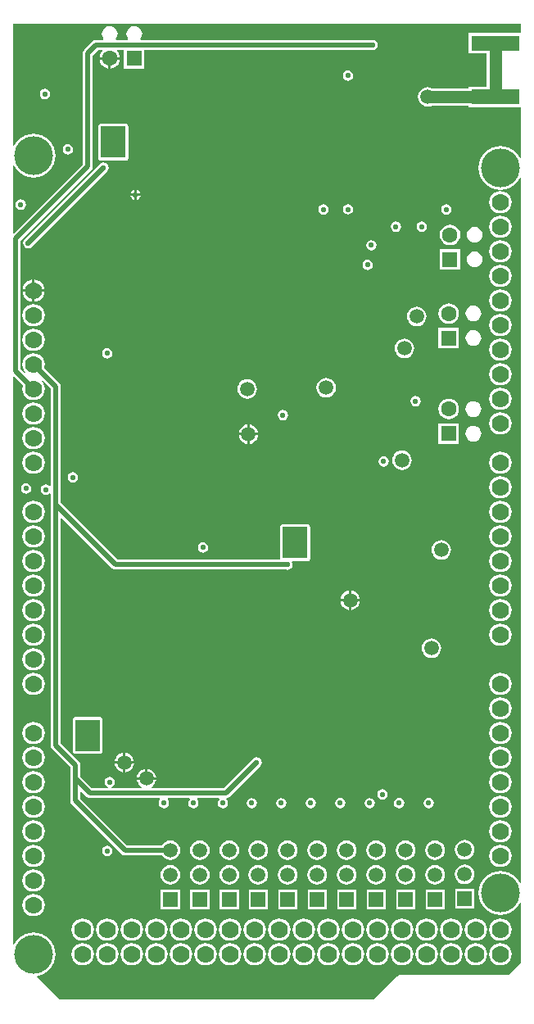
<source format=gbl>
G04*
G04 #@! TF.GenerationSoftware,Altium Limited,Altium Designer,18.1.11 (251)*
G04*
G04 Layer_Physical_Order=4*
G04 Layer_Color=16711680*
%FSLAX25Y25*%
%MOIN*%
G70*
G01*
G75*
%ADD32R,0.19685X0.06299*%
%ADD80C,0.05000*%
%ADD84C,0.02000*%
%ADD85R,0.10045X0.12971*%
%ADD86C,0.07000*%
%ADD87C,0.06299*%
%ADD88R,0.06299X0.06299*%
%ADD89R,0.06299X0.06299*%
%ADD90R,0.05906X0.05906*%
%ADD91C,0.05906*%
%ADD92C,0.15748*%
%ADD93C,0.02165*%
G36*
X208471Y-5146D02*
X187075D01*
Y-13445D01*
X194387D01*
Y-26957D01*
X187075D01*
Y-27576D01*
X172264D01*
X171489Y-27255D01*
X170457Y-27119D01*
X169425Y-27255D01*
X168464Y-27654D01*
X167638Y-28287D01*
X167005Y-29113D01*
X166606Y-30074D01*
X166471Y-31106D01*
X166606Y-32138D01*
X167005Y-33100D01*
X167638Y-33925D01*
X168464Y-34559D01*
X169425Y-34957D01*
X170457Y-35093D01*
X171489Y-34957D01*
X172264Y-34637D01*
X187075D01*
Y-35256D01*
X208471D01*
Y-55962D01*
X207971Y-56087D01*
X207414Y-55046D01*
X206305Y-53695D01*
X204954Y-52586D01*
X203412Y-51762D01*
X201740Y-51254D01*
X200000Y-51083D01*
X198260Y-51254D01*
X196588Y-51762D01*
X195046Y-52586D01*
X193695Y-53695D01*
X192586Y-55046D01*
X191762Y-56588D01*
X191254Y-58260D01*
X191083Y-60000D01*
X191254Y-61740D01*
X191762Y-63412D01*
X192586Y-64954D01*
X193695Y-66305D01*
X195046Y-67414D01*
X196588Y-68238D01*
X198260Y-68746D01*
X200000Y-68917D01*
X201740Y-68746D01*
X203412Y-68238D01*
X204954Y-67414D01*
X206305Y-66305D01*
X207414Y-64954D01*
X207971Y-63913D01*
X208471Y-64038D01*
X208471Y-350962D01*
X207971Y-351087D01*
X207414Y-350046D01*
X206305Y-348695D01*
X204954Y-347586D01*
X203412Y-346762D01*
X201740Y-346254D01*
X200000Y-346083D01*
X198260Y-346254D01*
X196588Y-346762D01*
X195046Y-347586D01*
X193695Y-348695D01*
X192586Y-350046D01*
X191762Y-351588D01*
X191254Y-353260D01*
X191083Y-355000D01*
X191254Y-356740D01*
X191762Y-358412D01*
X192586Y-359954D01*
X193695Y-361305D01*
X195046Y-362414D01*
X196588Y-363238D01*
X198260Y-363746D01*
X200000Y-363917D01*
X201740Y-363746D01*
X203412Y-363238D01*
X204954Y-362414D01*
X206305Y-361305D01*
X207414Y-359954D01*
X207971Y-358913D01*
X208471Y-359038D01*
Y-383366D01*
X203366Y-388471D01*
X159000D01*
X158415Y-388587D01*
X157919Y-388919D01*
X148366Y-398471D01*
X20633D01*
X11440Y-389278D01*
X11627Y-388757D01*
X11740Y-388746D01*
X13412Y-388238D01*
X14954Y-387414D01*
X16305Y-386305D01*
X17414Y-384954D01*
X18238Y-383412D01*
X18746Y-381740D01*
X18917Y-380000D01*
X18746Y-378260D01*
X18238Y-376588D01*
X17414Y-375046D01*
X16305Y-373695D01*
X14954Y-372586D01*
X13412Y-371762D01*
X11740Y-371254D01*
X10000Y-371083D01*
X8260Y-371254D01*
X6588Y-371762D01*
X5046Y-372586D01*
X3695Y-373695D01*
X2586Y-375046D01*
X2029Y-376087D01*
X1529Y-375962D01*
X1529Y-145066D01*
X1991Y-144875D01*
X5711Y-148595D01*
X5616Y-148825D01*
X5461Y-150000D01*
X5616Y-151175D01*
X6069Y-152269D01*
X6791Y-153209D01*
X7731Y-153931D01*
X8825Y-154384D01*
X10000Y-154539D01*
X11175Y-154384D01*
X12269Y-153931D01*
X13209Y-153209D01*
X13931Y-152269D01*
X14384Y-151175D01*
X14539Y-150000D01*
X14384Y-148825D01*
X13931Y-147731D01*
X13242Y-146833D01*
X13619Y-146502D01*
X16961Y-149845D01*
Y-189354D01*
X16461Y-189471D01*
X15813Y-189038D01*
X15000Y-188876D01*
X14187Y-189038D01*
X13498Y-189498D01*
X13038Y-190187D01*
X12877Y-191000D01*
X13038Y-191813D01*
X13498Y-192501D01*
X14187Y-192962D01*
X15000Y-193123D01*
X15813Y-192962D01*
X16461Y-192529D01*
X16961Y-192646D01*
Y-197000D01*
Y-294984D01*
X17116Y-295765D01*
X17558Y-296426D01*
X24274Y-303142D01*
X24514Y-303502D01*
X24873Y-303742D01*
X24961Y-303829D01*
Y-308500D01*
Y-317500D01*
X25116Y-318280D01*
X25558Y-318942D01*
X45758Y-339142D01*
X46420Y-339584D01*
X47200Y-339739D01*
X62277D01*
X62875Y-340519D01*
X63701Y-341153D01*
X64663Y-341551D01*
X65694Y-341687D01*
X66726Y-341551D01*
X67688Y-341153D01*
X68514Y-340519D01*
X69147Y-339693D01*
X69546Y-338732D01*
X69681Y-337700D01*
X69546Y-336668D01*
X69147Y-335707D01*
X68514Y-334881D01*
X67688Y-334247D01*
X66726Y-333849D01*
X65694Y-333713D01*
X64663Y-333849D01*
X63701Y-334247D01*
X62875Y-334881D01*
X62277Y-335661D01*
X48045D01*
X29039Y-316655D01*
Y-314076D01*
X29501Y-313885D01*
X31558Y-315942D01*
X32220Y-316384D01*
X33000Y-316539D01*
X61399D01*
X61516Y-317039D01*
X61083Y-317687D01*
X60921Y-318500D01*
X61083Y-319313D01*
X61543Y-320002D01*
X62232Y-320462D01*
X63045Y-320623D01*
X63858Y-320462D01*
X64546Y-320002D01*
X65007Y-319313D01*
X65168Y-318500D01*
X65007Y-317687D01*
X64574Y-317039D01*
X64691Y-316539D01*
X73398D01*
X73550Y-317039D01*
X73543Y-317043D01*
X73083Y-317732D01*
X72921Y-318545D01*
X73083Y-319357D01*
X73543Y-320046D01*
X74232Y-320507D01*
X75045Y-320668D01*
X75858Y-320507D01*
X76546Y-320046D01*
X77007Y-319357D01*
X77168Y-318545D01*
X77007Y-317732D01*
X76546Y-317043D01*
X76540Y-317039D01*
X76692Y-316539D01*
X85398D01*
X85550Y-317039D01*
X85543Y-317043D01*
X85083Y-317732D01*
X84921Y-318545D01*
X85083Y-319357D01*
X85543Y-320046D01*
X86232Y-320507D01*
X87045Y-320668D01*
X87858Y-320507D01*
X88546Y-320046D01*
X89007Y-319357D01*
X89168Y-318545D01*
X89007Y-317732D01*
X88546Y-317043D01*
X88482Y-317000D01*
X88587Y-316469D01*
X89017Y-316384D01*
X89678Y-315942D01*
X101882Y-303738D01*
X102242Y-303498D01*
X102702Y-302809D01*
X102864Y-301996D01*
X102702Y-301183D01*
X102242Y-300495D01*
X101553Y-300034D01*
X100740Y-299873D01*
X99928Y-300034D01*
X99239Y-300495D01*
X98999Y-300854D01*
X87392Y-312461D01*
X58073D01*
X57974Y-311961D01*
X57993Y-311953D01*
X58819Y-311319D01*
X59453Y-310493D01*
X59851Y-309532D01*
X59921Y-309000D01*
X52079D01*
X52149Y-309532D01*
X52547Y-310493D01*
X53181Y-311319D01*
X54007Y-311953D01*
X54026Y-311961D01*
X53927Y-312461D01*
X41867D01*
X41813Y-311962D01*
X42502Y-311502D01*
X42962Y-310813D01*
X43123Y-310000D01*
X42962Y-309187D01*
X42502Y-308499D01*
X41813Y-308038D01*
X41000Y-307876D01*
X40187Y-308038D01*
X39498Y-308499D01*
X39038Y-309187D01*
X38877Y-310000D01*
X39038Y-310813D01*
X39498Y-311502D01*
X40187Y-311962D01*
X40133Y-312461D01*
X33845D01*
X29039Y-307655D01*
Y-302984D01*
X28884Y-302204D01*
X28442Y-301542D01*
X27757Y-300858D01*
X27517Y-300499D01*
X27158Y-300258D01*
X21039Y-294140D01*
Y-202576D01*
X21501Y-202385D01*
X42058Y-222942D01*
X42720Y-223384D01*
X43500Y-223539D01*
X112848D01*
X113272Y-223623D01*
X114084Y-223462D01*
X114773Y-223002D01*
X115234Y-222313D01*
X115395Y-221500D01*
X115234Y-220687D01*
X115102Y-220490D01*
X115369Y-219990D01*
X121500D01*
X121890Y-219913D01*
X122221Y-219692D01*
X122442Y-219361D01*
X122520Y-218971D01*
Y-206000D01*
X122442Y-205610D01*
X122221Y-205279D01*
X121890Y-205058D01*
X121500Y-204980D01*
X111455D01*
X111065Y-205058D01*
X110734Y-205279D01*
X110513Y-205610D01*
X110435Y-206000D01*
Y-218971D01*
X110024Y-219461D01*
X44345D01*
X21039Y-196155D01*
Y-149000D01*
X20884Y-148220D01*
X20442Y-147558D01*
X14289Y-141405D01*
X14384Y-141175D01*
X14539Y-140000D01*
X14384Y-138825D01*
X13931Y-137731D01*
X13209Y-136791D01*
X12269Y-136069D01*
X11175Y-135616D01*
X10000Y-135461D01*
X8825Y-135616D01*
X7731Y-136069D01*
X6791Y-136791D01*
X6069Y-137731D01*
X5616Y-138825D01*
X5461Y-140000D01*
X5616Y-141175D01*
X6069Y-142269D01*
X6758Y-143167D01*
X6381Y-143498D01*
X4811Y-141927D01*
Y-89573D01*
X33442Y-60942D01*
X33884Y-60280D01*
X34039Y-59500D01*
Y-14345D01*
X36345Y-12039D01*
X37916D01*
X38077Y-12513D01*
X38041Y-12540D01*
X37375Y-13407D01*
X36957Y-14417D01*
X36880Y-15000D01*
X41000D01*
X45120D01*
X45043Y-14417D01*
X44625Y-13407D01*
X43960Y-12540D01*
X43923Y-12513D01*
X44084Y-12039D01*
X46850D01*
Y-19650D01*
X55150D01*
Y-12039D01*
X147576D01*
X148000Y-12123D01*
X148813Y-11962D01*
X149502Y-11502D01*
X149962Y-10813D01*
X150124Y-10000D01*
X149962Y-9187D01*
X149502Y-8499D01*
X148813Y-8038D01*
X148000Y-7876D01*
X147576Y-7961D01*
X53732D01*
X53485Y-7461D01*
X53765Y-7096D01*
X54084Y-6326D01*
X54193Y-5500D01*
X54084Y-4674D01*
X53765Y-3904D01*
X53258Y-3243D01*
X52596Y-2735D01*
X51826Y-2416D01*
X51000Y-2307D01*
X50174Y-2416D01*
X49404Y-2735D01*
X48742Y-3243D01*
X48235Y-3904D01*
X47916Y-4674D01*
X47807Y-5500D01*
X47916Y-6326D01*
X48235Y-7096D01*
X48515Y-7461D01*
X48268Y-7961D01*
X43732D01*
X43485Y-7461D01*
X43765Y-7096D01*
X44084Y-6326D01*
X44193Y-5500D01*
X44084Y-4674D01*
X43765Y-3904D01*
X43257Y-3243D01*
X42596Y-2735D01*
X41826Y-2416D01*
X41000Y-2307D01*
X40174Y-2416D01*
X39404Y-2735D01*
X38743Y-3243D01*
X38235Y-3904D01*
X37916Y-4674D01*
X37807Y-5500D01*
X37916Y-6326D01*
X38235Y-7096D01*
X38515Y-7461D01*
X38268Y-7961D01*
X35500D01*
X34720Y-8116D01*
X34058Y-8558D01*
X30558Y-12058D01*
X30116Y-12720D01*
X29961Y-13500D01*
Y-58655D01*
X1991Y-86625D01*
X1529Y-86434D01*
Y-59038D01*
X2029Y-58913D01*
X2586Y-59954D01*
X3695Y-61305D01*
X5046Y-62414D01*
X6588Y-63238D01*
X8260Y-63746D01*
X10000Y-63917D01*
X11740Y-63746D01*
X13412Y-63238D01*
X14954Y-62414D01*
X16305Y-61305D01*
X17414Y-59954D01*
X18238Y-58412D01*
X18746Y-56740D01*
X18917Y-55000D01*
X18746Y-53260D01*
X18238Y-51588D01*
X17414Y-50046D01*
X16305Y-48695D01*
X14954Y-47586D01*
X13412Y-46762D01*
X11740Y-46254D01*
X10000Y-46083D01*
X8260Y-46254D01*
X6588Y-46762D01*
X5046Y-47586D01*
X3695Y-48695D01*
X2586Y-50046D01*
X2029Y-51087D01*
X1529Y-50962D01*
Y-1529D01*
X208471D01*
Y-5146D01*
D02*
G37*
%LPC*%
G36*
X45120Y-16000D02*
X41500D01*
Y-19620D01*
X42083Y-19543D01*
X43093Y-19125D01*
X43960Y-18460D01*
X44625Y-17593D01*
X45043Y-16583D01*
X45120Y-16000D01*
D02*
G37*
G36*
X40500D02*
X36880D01*
X36957Y-16583D01*
X37375Y-17593D01*
X38041Y-18460D01*
X38907Y-19125D01*
X39917Y-19543D01*
X40500Y-19620D01*
Y-16000D01*
D02*
G37*
G36*
X138000Y-20377D02*
X137187Y-20538D01*
X136498Y-20999D01*
X136038Y-21687D01*
X135877Y-22500D01*
X136038Y-23313D01*
X136498Y-24002D01*
X137187Y-24462D01*
X138000Y-24623D01*
X138813Y-24462D01*
X139502Y-24002D01*
X139962Y-23313D01*
X140123Y-22500D01*
X139962Y-21687D01*
X139502Y-20999D01*
X138813Y-20538D01*
X138000Y-20377D01*
D02*
G37*
G36*
X14650Y-27876D02*
X13837Y-28038D01*
X13148Y-28499D01*
X12688Y-29187D01*
X12526Y-30000D01*
X12688Y-30813D01*
X13148Y-31501D01*
X13837Y-31962D01*
X14650Y-32124D01*
X15462Y-31962D01*
X16151Y-31501D01*
X16611Y-30813D01*
X16773Y-30000D01*
X16611Y-29187D01*
X16151Y-28499D01*
X15462Y-28038D01*
X14650Y-27876D01*
D02*
G37*
G36*
X24000Y-50376D02*
X23187Y-50538D01*
X22499Y-50999D01*
X22038Y-51687D01*
X21877Y-52500D01*
X22038Y-53313D01*
X22499Y-54001D01*
X23187Y-54462D01*
X24000Y-54624D01*
X24813Y-54462D01*
X25501Y-54001D01*
X25962Y-53313D01*
X26123Y-52500D01*
X25962Y-51687D01*
X25501Y-50999D01*
X24813Y-50538D01*
X24000Y-50376D01*
D02*
G37*
G36*
X47500Y-41980D02*
X37455D01*
X37065Y-42058D01*
X36734Y-42279D01*
X36513Y-42610D01*
X36435Y-43000D01*
Y-55971D01*
X36513Y-56361D01*
X36734Y-56692D01*
X37065Y-56913D01*
X37455Y-56990D01*
X47500D01*
X47890Y-56913D01*
X48221Y-56692D01*
X48442Y-56361D01*
X48520Y-55971D01*
Y-43000D01*
X48442Y-42610D01*
X48221Y-42279D01*
X47890Y-42058D01*
X47500Y-41980D01*
D02*
G37*
G36*
X52000Y-68976D02*
Y-70500D01*
X53524D01*
X53462Y-70187D01*
X53001Y-69498D01*
X52313Y-69038D01*
X52000Y-68976D01*
D02*
G37*
G36*
X51000D02*
X50687Y-69038D01*
X49999Y-69498D01*
X49538Y-70187D01*
X49476Y-70500D01*
X51000D01*
Y-68976D01*
D02*
G37*
G36*
X53524Y-71500D02*
X52000D01*
Y-73024D01*
X52313Y-72962D01*
X53001Y-72501D01*
X53462Y-71813D01*
X53524Y-71500D01*
D02*
G37*
G36*
X51000D02*
X49476D01*
X49538Y-71813D01*
X49999Y-72501D01*
X50687Y-72962D01*
X51000Y-73024D01*
Y-71500D01*
D02*
G37*
G36*
X4750Y-72877D02*
X3937Y-73038D01*
X3249Y-73498D01*
X2788Y-74187D01*
X2627Y-75000D01*
X2788Y-75813D01*
X3249Y-76502D01*
X3937Y-76962D01*
X4750Y-77123D01*
X5563Y-76962D01*
X6251Y-76502D01*
X6712Y-75813D01*
X6874Y-75000D01*
X6712Y-74187D01*
X6251Y-73498D01*
X5563Y-73038D01*
X4750Y-72877D01*
D02*
G37*
G36*
X200000Y-69461D02*
X198825Y-69616D01*
X197731Y-70069D01*
X196791Y-70791D01*
X196069Y-71731D01*
X195616Y-72825D01*
X195461Y-74000D01*
X195616Y-75175D01*
X196069Y-76269D01*
X196791Y-77209D01*
X197731Y-77931D01*
X198825Y-78384D01*
X200000Y-78539D01*
X201175Y-78384D01*
X202269Y-77931D01*
X203209Y-77209D01*
X203931Y-76269D01*
X204384Y-75175D01*
X204539Y-74000D01*
X204384Y-72825D01*
X203931Y-71731D01*
X203209Y-70791D01*
X202269Y-70069D01*
X201175Y-69616D01*
X200000Y-69461D01*
D02*
G37*
G36*
X138000Y-74782D02*
X137187Y-74944D01*
X136498Y-75404D01*
X136038Y-76093D01*
X135877Y-76906D01*
X136038Y-77718D01*
X136498Y-78407D01*
X137187Y-78867D01*
X138000Y-79029D01*
X138813Y-78867D01*
X139502Y-78407D01*
X139962Y-77718D01*
X140123Y-76906D01*
X139962Y-76093D01*
X139502Y-75404D01*
X138813Y-74944D01*
X138000Y-74782D01*
D02*
G37*
G36*
X178000Y-74858D02*
X177187Y-75020D01*
X176498Y-75480D01*
X176038Y-76169D01*
X175876Y-76982D01*
X176038Y-77794D01*
X176498Y-78483D01*
X177187Y-78944D01*
X178000Y-79105D01*
X178813Y-78944D01*
X179501Y-78483D01*
X179962Y-77794D01*
X180123Y-76982D01*
X179962Y-76169D01*
X179501Y-75480D01*
X178813Y-75020D01*
X178000Y-74858D01*
D02*
G37*
G36*
X128000D02*
X127187Y-75020D01*
X126498Y-75480D01*
X126038Y-76169D01*
X125876Y-76982D01*
X126038Y-77794D01*
X126498Y-78483D01*
X127187Y-78944D01*
X128000Y-79105D01*
X128813Y-78944D01*
X129501Y-78483D01*
X129962Y-77794D01*
X130123Y-76982D01*
X129962Y-76169D01*
X129501Y-75480D01*
X128813Y-75020D01*
X128000Y-74858D01*
D02*
G37*
G36*
X168000Y-81876D02*
X167187Y-82038D01*
X166498Y-82499D01*
X166038Y-83187D01*
X165876Y-84000D01*
X166038Y-84813D01*
X166498Y-85501D01*
X167187Y-85962D01*
X168000Y-86124D01*
X168813Y-85962D01*
X169501Y-85501D01*
X169962Y-84813D01*
X170124Y-84000D01*
X169962Y-83187D01*
X169501Y-82499D01*
X168813Y-82038D01*
X168000Y-81876D01*
D02*
G37*
G36*
X157500D02*
X156687Y-82038D01*
X155999Y-82499D01*
X155538Y-83187D01*
X155377Y-84000D01*
X155538Y-84813D01*
X155999Y-85501D01*
X156687Y-85962D01*
X157500Y-86124D01*
X158313Y-85962D01*
X159002Y-85501D01*
X159462Y-84813D01*
X159624Y-84000D01*
X159462Y-83187D01*
X159002Y-82499D01*
X158313Y-82038D01*
X157500Y-81876D01*
D02*
G37*
G36*
X200000Y-79461D02*
X198825Y-79616D01*
X197731Y-80069D01*
X196791Y-80791D01*
X196069Y-81731D01*
X195616Y-82825D01*
X195461Y-84000D01*
X195616Y-85175D01*
X196069Y-86269D01*
X196791Y-87209D01*
X197731Y-87931D01*
X198825Y-88384D01*
X200000Y-88539D01*
X201175Y-88384D01*
X202269Y-87931D01*
X203209Y-87209D01*
X203931Y-86269D01*
X204384Y-85175D01*
X204539Y-84000D01*
X204384Y-82825D01*
X203931Y-81731D01*
X203209Y-80791D01*
X202269Y-80069D01*
X201175Y-79616D01*
X200000Y-79461D01*
D02*
G37*
G36*
X189500Y-84099D02*
X188674Y-84207D01*
X187904Y-84526D01*
X187242Y-85034D01*
X186735Y-85695D01*
X186416Y-86465D01*
X186307Y-87291D01*
X186416Y-88118D01*
X186735Y-88888D01*
X187242Y-89549D01*
X187904Y-90056D01*
X188674Y-90375D01*
X189500Y-90484D01*
X190326Y-90375D01*
X191096Y-90056D01*
X191758Y-89549D01*
X192265Y-88888D01*
X192584Y-88118D01*
X192693Y-87291D01*
X192584Y-86465D01*
X192265Y-85695D01*
X191758Y-85034D01*
X191096Y-84526D01*
X190326Y-84207D01*
X189500Y-84099D01*
D02*
G37*
G36*
X179500Y-83106D02*
X178417Y-83249D01*
X177407Y-83667D01*
X176541Y-84332D01*
X175875Y-85199D01*
X175457Y-86208D01*
X175315Y-87291D01*
X175457Y-88375D01*
X175875Y-89384D01*
X176541Y-90251D01*
X177407Y-90916D01*
X178417Y-91334D01*
X179500Y-91477D01*
X180583Y-91334D01*
X181593Y-90916D01*
X182459Y-90251D01*
X183125Y-89384D01*
X183543Y-88375D01*
X183685Y-87291D01*
X183543Y-86208D01*
X183125Y-85199D01*
X182459Y-84332D01*
X181593Y-83667D01*
X180583Y-83249D01*
X179500Y-83106D01*
D02*
G37*
G36*
X38500Y-57876D02*
X37687Y-58038D01*
X36999Y-58499D01*
X36758Y-58858D01*
X6708Y-88908D01*
X6349Y-89148D01*
X5889Y-89837D01*
X5727Y-90650D01*
X5889Y-91462D01*
X6349Y-92151D01*
X7038Y-92611D01*
X7850Y-92773D01*
X8663Y-92611D01*
X9352Y-92151D01*
X9592Y-91792D01*
X39642Y-61742D01*
X40001Y-61501D01*
X40462Y-60813D01*
X40624Y-60000D01*
X40462Y-59187D01*
X40001Y-58499D01*
X39313Y-58038D01*
X38500Y-57876D01*
D02*
G37*
G36*
X147500Y-89412D02*
X146687Y-89574D01*
X145999Y-90034D01*
X145538Y-90723D01*
X145377Y-91536D01*
X145538Y-92348D01*
X145999Y-93037D01*
X146687Y-93497D01*
X147500Y-93659D01*
X148313Y-93497D01*
X149002Y-93037D01*
X149462Y-92348D01*
X149624Y-91536D01*
X149462Y-90723D01*
X149002Y-90034D01*
X148313Y-89574D01*
X147500Y-89412D01*
D02*
G37*
G36*
X200000Y-89461D02*
X198825Y-89616D01*
X197731Y-90069D01*
X196791Y-90791D01*
X196069Y-91731D01*
X195616Y-92825D01*
X195461Y-94000D01*
X195616Y-95175D01*
X196069Y-96269D01*
X196791Y-97209D01*
X197731Y-97931D01*
X198825Y-98384D01*
X200000Y-98539D01*
X201175Y-98384D01*
X202269Y-97931D01*
X203209Y-97209D01*
X203931Y-96269D01*
X204384Y-95175D01*
X204539Y-94000D01*
X204384Y-92825D01*
X203931Y-91731D01*
X203209Y-90791D01*
X202269Y-90069D01*
X201175Y-89616D01*
X200000Y-89461D01*
D02*
G37*
G36*
X189500Y-94099D02*
X188674Y-94208D01*
X187904Y-94526D01*
X187242Y-95034D01*
X186735Y-95695D01*
X186416Y-96465D01*
X186307Y-97291D01*
X186416Y-98118D01*
X186735Y-98888D01*
X187242Y-99549D01*
X187904Y-100056D01*
X188674Y-100375D01*
X189500Y-100484D01*
X190326Y-100375D01*
X191096Y-100056D01*
X191758Y-99549D01*
X192265Y-98888D01*
X192584Y-98118D01*
X192693Y-97291D01*
X192584Y-96465D01*
X192265Y-95695D01*
X191758Y-95034D01*
X191096Y-94526D01*
X190326Y-94208D01*
X189500Y-94099D01*
D02*
G37*
G36*
X183650Y-93142D02*
X175350D01*
Y-101441D01*
X183650D01*
Y-93142D01*
D02*
G37*
G36*
X146000Y-97377D02*
X145187Y-97538D01*
X144499Y-97998D01*
X144038Y-98687D01*
X143877Y-99500D01*
X144038Y-100313D01*
X144499Y-101002D01*
X145187Y-101462D01*
X146000Y-101623D01*
X146813Y-101462D01*
X147502Y-101002D01*
X147962Y-100313D01*
X148124Y-99500D01*
X147962Y-98687D01*
X147502Y-97998D01*
X146813Y-97538D01*
X146000Y-97377D01*
D02*
G37*
G36*
X200000Y-99461D02*
X198825Y-99616D01*
X197731Y-100069D01*
X196791Y-100791D01*
X196069Y-101731D01*
X195616Y-102825D01*
X195461Y-104000D01*
X195616Y-105175D01*
X196069Y-106269D01*
X196791Y-107209D01*
X197731Y-107931D01*
X198825Y-108384D01*
X200000Y-108539D01*
X201175Y-108384D01*
X202269Y-107931D01*
X203209Y-107209D01*
X203931Y-106269D01*
X204384Y-105175D01*
X204539Y-104000D01*
X204384Y-102825D01*
X203931Y-101731D01*
X203209Y-100791D01*
X202269Y-100069D01*
X201175Y-99616D01*
X200000Y-99461D01*
D02*
G37*
G36*
X10500Y-105527D02*
Y-109500D01*
X14473D01*
X14384Y-108825D01*
X13931Y-107731D01*
X13209Y-106791D01*
X12269Y-106069D01*
X11175Y-105616D01*
X10500Y-105527D01*
D02*
G37*
G36*
X9500D02*
X8825Y-105616D01*
X7731Y-106069D01*
X6791Y-106791D01*
X6069Y-107731D01*
X5616Y-108825D01*
X5527Y-109500D01*
X9500D01*
Y-105527D01*
D02*
G37*
G36*
X14473Y-110500D02*
X10500D01*
Y-114473D01*
X11175Y-114384D01*
X12269Y-113931D01*
X13209Y-113209D01*
X13931Y-112269D01*
X14384Y-111175D01*
X14473Y-110500D01*
D02*
G37*
G36*
X9500D02*
X5527D01*
X5616Y-111175D01*
X6069Y-112269D01*
X6791Y-113209D01*
X7731Y-113931D01*
X8825Y-114384D01*
X9500Y-114473D01*
Y-110500D01*
D02*
G37*
G36*
X200000Y-109461D02*
X198825Y-109616D01*
X197731Y-110069D01*
X196791Y-110791D01*
X196069Y-111731D01*
X195616Y-112825D01*
X195461Y-114000D01*
X195616Y-115175D01*
X196069Y-116269D01*
X196791Y-117209D01*
X197731Y-117931D01*
X198825Y-118384D01*
X200000Y-118539D01*
X201175Y-118384D01*
X202269Y-117931D01*
X203209Y-117209D01*
X203931Y-116269D01*
X204384Y-115175D01*
X204539Y-114000D01*
X204384Y-112825D01*
X203931Y-111731D01*
X203209Y-110791D01*
X202269Y-110069D01*
X201175Y-109616D01*
X200000Y-109461D01*
D02*
G37*
G36*
X189000Y-116099D02*
X188174Y-116208D01*
X187404Y-116526D01*
X186742Y-117034D01*
X186235Y-117695D01*
X185916Y-118465D01*
X185807Y-119291D01*
X185916Y-120118D01*
X186235Y-120888D01*
X186742Y-121549D01*
X187404Y-122056D01*
X188174Y-122375D01*
X189000Y-122484D01*
X189826Y-122375D01*
X190596Y-122056D01*
X191258Y-121549D01*
X191765Y-120888D01*
X192084Y-120118D01*
X192193Y-119291D01*
X192084Y-118465D01*
X191765Y-117695D01*
X191258Y-117034D01*
X190596Y-116526D01*
X189826Y-116208D01*
X189000Y-116099D01*
D02*
G37*
G36*
X179000Y-115106D02*
X177917Y-115249D01*
X176907Y-115667D01*
X176040Y-116332D01*
X175375Y-117199D01*
X174957Y-118208D01*
X174815Y-119291D01*
X174957Y-120375D01*
X175375Y-121384D01*
X176040Y-122251D01*
X176907Y-122916D01*
X177917Y-123334D01*
X179000Y-123477D01*
X180083Y-123334D01*
X181093Y-122916D01*
X181959Y-122251D01*
X182625Y-121384D01*
X183043Y-120375D01*
X183185Y-119291D01*
X183043Y-118208D01*
X182625Y-117199D01*
X181959Y-116332D01*
X181093Y-115667D01*
X180083Y-115249D01*
X179000Y-115106D01*
D02*
G37*
G36*
X166000Y-116513D02*
X164968Y-116649D01*
X164007Y-117047D01*
X163181Y-117681D01*
X162547Y-118507D01*
X162149Y-119468D01*
X162013Y-120500D01*
X162149Y-121532D01*
X162547Y-122493D01*
X163181Y-123319D01*
X164007Y-123953D01*
X164968Y-124351D01*
X166000Y-124487D01*
X167032Y-124351D01*
X167993Y-123953D01*
X168819Y-123319D01*
X169453Y-122493D01*
X169851Y-121532D01*
X169987Y-120500D01*
X169851Y-119468D01*
X169453Y-118507D01*
X168819Y-117681D01*
X167993Y-117047D01*
X167032Y-116649D01*
X166000Y-116513D01*
D02*
G37*
G36*
X10000Y-115461D02*
X8825Y-115616D01*
X7731Y-116069D01*
X6791Y-116791D01*
X6069Y-117731D01*
X5616Y-118825D01*
X5461Y-120000D01*
X5616Y-121175D01*
X6069Y-122269D01*
X6791Y-123209D01*
X7731Y-123931D01*
X8825Y-124384D01*
X10000Y-124539D01*
X11175Y-124384D01*
X12269Y-123931D01*
X13209Y-123209D01*
X13931Y-122269D01*
X14384Y-121175D01*
X14539Y-120000D01*
X14384Y-118825D01*
X13931Y-117731D01*
X13209Y-116791D01*
X12269Y-116069D01*
X11175Y-115616D01*
X10000Y-115461D01*
D02*
G37*
G36*
X200000Y-119461D02*
X198825Y-119616D01*
X197731Y-120069D01*
X196791Y-120791D01*
X196069Y-121731D01*
X195616Y-122825D01*
X195461Y-124000D01*
X195616Y-125175D01*
X196069Y-126269D01*
X196791Y-127209D01*
X197731Y-127931D01*
X198825Y-128384D01*
X200000Y-128539D01*
X201175Y-128384D01*
X202269Y-127931D01*
X203209Y-127209D01*
X203931Y-126269D01*
X204384Y-125175D01*
X204539Y-124000D01*
X204384Y-122825D01*
X203931Y-121731D01*
X203209Y-120791D01*
X202269Y-120069D01*
X201175Y-119616D01*
X200000Y-119461D01*
D02*
G37*
G36*
X189000Y-126099D02*
X188174Y-126207D01*
X187404Y-126526D01*
X186742Y-127034D01*
X186235Y-127695D01*
X185916Y-128465D01*
X185807Y-129291D01*
X185916Y-130118D01*
X186235Y-130888D01*
X186742Y-131549D01*
X187404Y-132056D01*
X188174Y-132375D01*
X189000Y-132484D01*
X189826Y-132375D01*
X190596Y-132056D01*
X191258Y-131549D01*
X191765Y-130888D01*
X192084Y-130118D01*
X192193Y-129291D01*
X192084Y-128465D01*
X191765Y-127695D01*
X191258Y-127034D01*
X190596Y-126526D01*
X189826Y-126207D01*
X189000Y-126099D01*
D02*
G37*
G36*
X183150Y-125142D02*
X174850D01*
Y-133441D01*
X183150D01*
Y-125142D01*
D02*
G37*
G36*
X10000Y-125461D02*
X8825Y-125616D01*
X7731Y-126069D01*
X6791Y-126791D01*
X6069Y-127731D01*
X5616Y-128825D01*
X5461Y-130000D01*
X5616Y-131175D01*
X6069Y-132269D01*
X6791Y-133209D01*
X7731Y-133931D01*
X8825Y-134384D01*
X10000Y-134539D01*
X11175Y-134384D01*
X12269Y-133931D01*
X13209Y-133209D01*
X13931Y-132269D01*
X14384Y-131175D01*
X14539Y-130000D01*
X14384Y-128825D01*
X13931Y-127731D01*
X13209Y-126791D01*
X12269Y-126069D01*
X11175Y-125616D01*
X10000Y-125461D01*
D02*
G37*
G36*
X161000Y-129513D02*
X159968Y-129649D01*
X159007Y-130047D01*
X158181Y-130681D01*
X157547Y-131507D01*
X157149Y-132468D01*
X157013Y-133500D01*
X157149Y-134532D01*
X157547Y-135493D01*
X158181Y-136319D01*
X159007Y-136953D01*
X159968Y-137351D01*
X161000Y-137487D01*
X162032Y-137351D01*
X162993Y-136953D01*
X163819Y-136319D01*
X164453Y-135493D01*
X164851Y-134532D01*
X164987Y-133500D01*
X164851Y-132468D01*
X164453Y-131507D01*
X163819Y-130681D01*
X162993Y-130047D01*
X162032Y-129649D01*
X161000Y-129513D01*
D02*
G37*
G36*
X40000Y-133377D02*
X39187Y-133538D01*
X38498Y-133999D01*
X38038Y-134687D01*
X37876Y-135500D01*
X38038Y-136313D01*
X38498Y-137002D01*
X39187Y-137462D01*
X40000Y-137624D01*
X40813Y-137462D01*
X41502Y-137002D01*
X41962Y-136313D01*
X42123Y-135500D01*
X41962Y-134687D01*
X41502Y-133999D01*
X40813Y-133538D01*
X40000Y-133377D01*
D02*
G37*
G36*
X200000Y-129461D02*
X198825Y-129616D01*
X197731Y-130069D01*
X196791Y-130791D01*
X196069Y-131731D01*
X195616Y-132825D01*
X195461Y-134000D01*
X195616Y-135175D01*
X196069Y-136269D01*
X196791Y-137209D01*
X197731Y-137931D01*
X198825Y-138384D01*
X200000Y-138539D01*
X201175Y-138384D01*
X202269Y-137931D01*
X203209Y-137209D01*
X203931Y-136269D01*
X204384Y-135175D01*
X204539Y-134000D01*
X204384Y-132825D01*
X203931Y-131731D01*
X203209Y-130791D01*
X202269Y-130069D01*
X201175Y-129616D01*
X200000Y-129461D01*
D02*
G37*
G36*
Y-139461D02*
X198825Y-139616D01*
X197731Y-140069D01*
X196791Y-140791D01*
X196069Y-141731D01*
X195616Y-142825D01*
X195461Y-144000D01*
X195616Y-145175D01*
X196069Y-146269D01*
X196791Y-147209D01*
X197731Y-147931D01*
X198825Y-148384D01*
X200000Y-148539D01*
X201175Y-148384D01*
X202269Y-147931D01*
X203209Y-147209D01*
X203931Y-146269D01*
X204384Y-145175D01*
X204539Y-144000D01*
X204384Y-142825D01*
X203931Y-141731D01*
X203209Y-140791D01*
X202269Y-140069D01*
X201175Y-139616D01*
X200000Y-139461D01*
D02*
G37*
G36*
X129041Y-145554D02*
X128009Y-145690D01*
X127048Y-146089D01*
X126222Y-146722D01*
X125589Y-147548D01*
X125190Y-148510D01*
X125055Y-149541D01*
X125190Y-150573D01*
X125589Y-151535D01*
X126222Y-152360D01*
X127048Y-152994D01*
X128009Y-153392D01*
X129041Y-153528D01*
X130073Y-153392D01*
X131035Y-152994D01*
X131860Y-152360D01*
X132494Y-151535D01*
X132892Y-150573D01*
X133028Y-149541D01*
X132892Y-148510D01*
X132494Y-147548D01*
X131860Y-146722D01*
X131035Y-146089D01*
X130073Y-145690D01*
X129041Y-145554D01*
D02*
G37*
G36*
X97000Y-146013D02*
X95968Y-146149D01*
X95007Y-146547D01*
X94181Y-147181D01*
X93547Y-148007D01*
X93149Y-148968D01*
X93013Y-150000D01*
X93149Y-151032D01*
X93547Y-151993D01*
X94181Y-152819D01*
X95007Y-153453D01*
X95968Y-153851D01*
X97000Y-153987D01*
X98032Y-153851D01*
X98993Y-153453D01*
X99819Y-152819D01*
X100453Y-151993D01*
X100851Y-151032D01*
X100987Y-150000D01*
X100851Y-148968D01*
X100453Y-148007D01*
X99819Y-147181D01*
X98993Y-146547D01*
X98032Y-146149D01*
X97000Y-146013D01*
D02*
G37*
G36*
X165500Y-152876D02*
X164687Y-153038D01*
X163998Y-153498D01*
X163538Y-154187D01*
X163376Y-155000D01*
X163538Y-155813D01*
X163998Y-156501D01*
X164687Y-156962D01*
X165500Y-157123D01*
X166313Y-156962D01*
X167001Y-156501D01*
X167462Y-155813D01*
X167623Y-155000D01*
X167462Y-154187D01*
X167001Y-153498D01*
X166313Y-153038D01*
X165500Y-152876D01*
D02*
G37*
G36*
X200000Y-149461D02*
X198825Y-149616D01*
X197731Y-150069D01*
X196791Y-150791D01*
X196069Y-151731D01*
X195616Y-152825D01*
X195461Y-154000D01*
X195616Y-155175D01*
X196069Y-156269D01*
X196791Y-157209D01*
X197731Y-157931D01*
X198825Y-158384D01*
X200000Y-158539D01*
X201175Y-158384D01*
X202269Y-157931D01*
X203209Y-157209D01*
X203931Y-156269D01*
X204384Y-155175D01*
X204539Y-154000D01*
X204384Y-152825D01*
X203931Y-151731D01*
X203209Y-150791D01*
X202269Y-150069D01*
X201175Y-149616D01*
X200000Y-149461D01*
D02*
G37*
G36*
X189000Y-154957D02*
X188174Y-155066D01*
X187404Y-155385D01*
X186742Y-155892D01*
X186235Y-156553D01*
X185916Y-157323D01*
X185807Y-158150D01*
X185916Y-158976D01*
X186235Y-159746D01*
X186742Y-160407D01*
X187404Y-160915D01*
X188174Y-161233D01*
X189000Y-161342D01*
X189826Y-161233D01*
X190596Y-160915D01*
X191258Y-160407D01*
X191765Y-159746D01*
X192084Y-158976D01*
X192193Y-158150D01*
X192084Y-157323D01*
X191765Y-156553D01*
X191258Y-155892D01*
X190596Y-155385D01*
X189826Y-155066D01*
X189000Y-154957D01*
D02*
G37*
G36*
X179000Y-153964D02*
X177917Y-154107D01*
X176907Y-154525D01*
X176040Y-155190D01*
X175375Y-156057D01*
X174957Y-157066D01*
X174815Y-158150D01*
X174957Y-159233D01*
X175375Y-160242D01*
X176040Y-161109D01*
X176907Y-161774D01*
X177917Y-162192D01*
X179000Y-162335D01*
X180083Y-162192D01*
X181093Y-161774D01*
X181959Y-161109D01*
X182625Y-160242D01*
X183043Y-159233D01*
X183185Y-158150D01*
X183043Y-157066D01*
X182625Y-156057D01*
X181959Y-155190D01*
X181093Y-154525D01*
X180083Y-154107D01*
X179000Y-153964D01*
D02*
G37*
G36*
X111500Y-158526D02*
X110687Y-158688D01*
X109999Y-159148D01*
X109538Y-159837D01*
X109377Y-160650D01*
X109538Y-161462D01*
X109999Y-162151D01*
X110687Y-162611D01*
X111500Y-162773D01*
X112313Y-162611D01*
X113002Y-162151D01*
X113462Y-161462D01*
X113623Y-160650D01*
X113462Y-159837D01*
X113002Y-159148D01*
X112313Y-158688D01*
X111500Y-158526D01*
D02*
G37*
G36*
X10000Y-155461D02*
X8825Y-155616D01*
X7731Y-156069D01*
X6791Y-156791D01*
X6069Y-157731D01*
X5616Y-158825D01*
X5461Y-160000D01*
X5616Y-161175D01*
X6069Y-162269D01*
X6791Y-163209D01*
X7731Y-163931D01*
X8825Y-164384D01*
X10000Y-164539D01*
X11175Y-164384D01*
X12269Y-163931D01*
X13209Y-163209D01*
X13931Y-162269D01*
X14384Y-161175D01*
X14539Y-160000D01*
X14384Y-158825D01*
X13931Y-157731D01*
X13209Y-156791D01*
X12269Y-156069D01*
X11175Y-155616D01*
X10000Y-155461D01*
D02*
G37*
G36*
X98000Y-164469D02*
Y-167890D01*
X101421D01*
X101351Y-167358D01*
X100953Y-166396D01*
X100319Y-165571D01*
X99493Y-164937D01*
X98532Y-164539D01*
X98000Y-164469D01*
D02*
G37*
G36*
X97000D02*
X96468Y-164539D01*
X95507Y-164937D01*
X94681Y-165571D01*
X94047Y-166396D01*
X93649Y-167358D01*
X93579Y-167890D01*
X97000D01*
Y-164469D01*
D02*
G37*
G36*
X200000Y-159461D02*
X198825Y-159616D01*
X197731Y-160069D01*
X196791Y-160791D01*
X196069Y-161731D01*
X195616Y-162825D01*
X195461Y-164000D01*
X195616Y-165175D01*
X196069Y-166269D01*
X196791Y-167209D01*
X197731Y-167931D01*
X198825Y-168384D01*
X200000Y-168539D01*
X201175Y-168384D01*
X202269Y-167931D01*
X203209Y-167209D01*
X203931Y-166269D01*
X204384Y-165175D01*
X204539Y-164000D01*
X204384Y-162825D01*
X203931Y-161731D01*
X203209Y-160791D01*
X202269Y-160069D01*
X201175Y-159616D01*
X200000Y-159461D01*
D02*
G37*
G36*
X189000Y-164957D02*
X188174Y-165066D01*
X187404Y-165385D01*
X186742Y-165892D01*
X186235Y-166553D01*
X185916Y-167323D01*
X185807Y-168150D01*
X185916Y-168976D01*
X186235Y-169746D01*
X186742Y-170407D01*
X187404Y-170914D01*
X188174Y-171233D01*
X189000Y-171342D01*
X189826Y-171233D01*
X190596Y-170914D01*
X191258Y-170407D01*
X191765Y-169746D01*
X192084Y-168976D01*
X192193Y-168150D01*
X192084Y-167323D01*
X191765Y-166553D01*
X191258Y-165892D01*
X190596Y-165385D01*
X189826Y-165066D01*
X189000Y-164957D01*
D02*
G37*
G36*
X183150Y-164000D02*
X174850D01*
Y-172299D01*
X183150D01*
Y-164000D01*
D02*
G37*
G36*
X101421Y-168890D02*
X98000D01*
Y-172311D01*
X98532Y-172241D01*
X99493Y-171843D01*
X100319Y-171209D01*
X100953Y-170383D01*
X101351Y-169422D01*
X101421Y-168890D01*
D02*
G37*
G36*
X97000D02*
X93579D01*
X93649Y-169422D01*
X94047Y-170383D01*
X94681Y-171209D01*
X95507Y-171843D01*
X96468Y-172241D01*
X97000Y-172311D01*
Y-168890D01*
D02*
G37*
G36*
X10000Y-165461D02*
X8825Y-165616D01*
X7731Y-166069D01*
X6791Y-166791D01*
X6069Y-167731D01*
X5616Y-168825D01*
X5461Y-170000D01*
X5616Y-171175D01*
X6069Y-172269D01*
X6791Y-173209D01*
X7731Y-173931D01*
X8825Y-174384D01*
X10000Y-174539D01*
X11175Y-174384D01*
X12269Y-173931D01*
X13209Y-173209D01*
X13931Y-172269D01*
X14384Y-171175D01*
X14539Y-170000D01*
X14384Y-168825D01*
X13931Y-167731D01*
X13209Y-166791D01*
X12269Y-166069D01*
X11175Y-165616D01*
X10000Y-165461D01*
D02*
G37*
G36*
X152500Y-177376D02*
X151687Y-177538D01*
X150998Y-177998D01*
X150538Y-178687D01*
X150376Y-179500D01*
X150538Y-180313D01*
X150998Y-181001D01*
X151687Y-181462D01*
X152500Y-181623D01*
X153313Y-181462D01*
X154001Y-181001D01*
X154462Y-180313D01*
X154623Y-179500D01*
X154462Y-178687D01*
X154001Y-177998D01*
X153313Y-177538D01*
X152500Y-177376D01*
D02*
G37*
G36*
X160000Y-175013D02*
X158968Y-175149D01*
X158007Y-175547D01*
X157181Y-176181D01*
X156547Y-177007D01*
X156149Y-177968D01*
X156013Y-179000D01*
X156149Y-180032D01*
X156547Y-180993D01*
X157181Y-181819D01*
X158007Y-182453D01*
X158968Y-182851D01*
X160000Y-182987D01*
X161032Y-182851D01*
X161993Y-182453D01*
X162819Y-181819D01*
X163453Y-180993D01*
X163851Y-180032D01*
X163987Y-179000D01*
X163851Y-177968D01*
X163453Y-177007D01*
X162819Y-176181D01*
X161993Y-175547D01*
X161032Y-175149D01*
X160000Y-175013D01*
D02*
G37*
G36*
X200000Y-175461D02*
X198825Y-175616D01*
X197731Y-176069D01*
X196791Y-176791D01*
X196069Y-177731D01*
X195616Y-178825D01*
X195461Y-180000D01*
X195616Y-181175D01*
X196069Y-182269D01*
X196791Y-183209D01*
X197731Y-183931D01*
X198825Y-184384D01*
X200000Y-184539D01*
X201175Y-184384D01*
X202269Y-183931D01*
X203209Y-183209D01*
X203931Y-182269D01*
X204384Y-181175D01*
X204539Y-180000D01*
X204384Y-178825D01*
X203931Y-177731D01*
X203209Y-176791D01*
X202269Y-176069D01*
X201175Y-175616D01*
X200000Y-175461D01*
D02*
G37*
G36*
X10000D02*
X8825Y-175616D01*
X7731Y-176069D01*
X6791Y-176791D01*
X6069Y-177731D01*
X5616Y-178825D01*
X5461Y-180000D01*
X5616Y-181175D01*
X6069Y-182269D01*
X6791Y-183209D01*
X7731Y-183931D01*
X8825Y-184384D01*
X10000Y-184539D01*
X11175Y-184384D01*
X12269Y-183931D01*
X13209Y-183209D01*
X13931Y-182269D01*
X14384Y-181175D01*
X14539Y-180000D01*
X14384Y-178825D01*
X13931Y-177731D01*
X13209Y-176791D01*
X12269Y-176069D01*
X11175Y-175616D01*
X10000Y-175461D01*
D02*
G37*
G36*
X26000Y-183877D02*
X25187Y-184038D01*
X24498Y-184499D01*
X24038Y-185187D01*
X23877Y-186000D01*
X24038Y-186813D01*
X24498Y-187502D01*
X25187Y-187962D01*
X26000Y-188124D01*
X26813Y-187962D01*
X27501Y-187502D01*
X27962Y-186813D01*
X28124Y-186000D01*
X27962Y-185187D01*
X27501Y-184499D01*
X26813Y-184038D01*
X26000Y-183877D01*
D02*
G37*
G36*
X7000Y-188376D02*
X6187Y-188538D01*
X5499Y-188998D01*
X5038Y-189687D01*
X4876Y-190500D01*
X5038Y-191313D01*
X5499Y-192001D01*
X6187Y-192462D01*
X7000Y-192623D01*
X7813Y-192462D01*
X8501Y-192001D01*
X8962Y-191313D01*
X9123Y-190500D01*
X8962Y-189687D01*
X8501Y-188998D01*
X7813Y-188538D01*
X7000Y-188376D01*
D02*
G37*
G36*
X200000Y-185461D02*
X198825Y-185616D01*
X197731Y-186069D01*
X196791Y-186791D01*
X196069Y-187731D01*
X195616Y-188825D01*
X195461Y-190000D01*
X195616Y-191175D01*
X196069Y-192269D01*
X196791Y-193209D01*
X197731Y-193931D01*
X198825Y-194384D01*
X200000Y-194539D01*
X201175Y-194384D01*
X202269Y-193931D01*
X203209Y-193209D01*
X203931Y-192269D01*
X204384Y-191175D01*
X204539Y-190000D01*
X204384Y-188825D01*
X203931Y-187731D01*
X203209Y-186791D01*
X202269Y-186069D01*
X201175Y-185616D01*
X200000Y-185461D01*
D02*
G37*
G36*
Y-195461D02*
X198825Y-195616D01*
X197731Y-196069D01*
X196791Y-196791D01*
X196069Y-197731D01*
X195616Y-198825D01*
X195461Y-200000D01*
X195616Y-201175D01*
X196069Y-202269D01*
X196791Y-203209D01*
X197731Y-203931D01*
X198825Y-204384D01*
X200000Y-204539D01*
X201175Y-204384D01*
X202269Y-203931D01*
X203209Y-203209D01*
X203931Y-202269D01*
X204384Y-201175D01*
X204539Y-200000D01*
X204384Y-198825D01*
X203931Y-197731D01*
X203209Y-196791D01*
X202269Y-196069D01*
X201175Y-195616D01*
X200000Y-195461D01*
D02*
G37*
G36*
X10000D02*
X8825Y-195616D01*
X7731Y-196069D01*
X6791Y-196791D01*
X6069Y-197731D01*
X5616Y-198825D01*
X5461Y-200000D01*
X5616Y-201175D01*
X6069Y-202269D01*
X6791Y-203209D01*
X7731Y-203931D01*
X8825Y-204384D01*
X10000Y-204539D01*
X11175Y-204384D01*
X12269Y-203931D01*
X13209Y-203209D01*
X13931Y-202269D01*
X14384Y-201175D01*
X14539Y-200000D01*
X14384Y-198825D01*
X13931Y-197731D01*
X13209Y-196791D01*
X12269Y-196069D01*
X11175Y-195616D01*
X10000Y-195461D01*
D02*
G37*
G36*
X200000Y-205461D02*
X198825Y-205616D01*
X197731Y-206069D01*
X196791Y-206791D01*
X196069Y-207731D01*
X195616Y-208825D01*
X195461Y-210000D01*
X195616Y-211175D01*
X196069Y-212269D01*
X196791Y-213209D01*
X197731Y-213931D01*
X198825Y-214384D01*
X200000Y-214539D01*
X201175Y-214384D01*
X202269Y-213931D01*
X203209Y-213209D01*
X203931Y-212269D01*
X204384Y-211175D01*
X204539Y-210000D01*
X204384Y-208825D01*
X203931Y-207731D01*
X203209Y-206791D01*
X202269Y-206069D01*
X201175Y-205616D01*
X200000Y-205461D01*
D02*
G37*
G36*
X10000D02*
X8825Y-205616D01*
X7731Y-206069D01*
X6791Y-206791D01*
X6069Y-207731D01*
X5616Y-208825D01*
X5461Y-210000D01*
X5616Y-211175D01*
X6069Y-212269D01*
X6791Y-213209D01*
X7731Y-213931D01*
X8825Y-214384D01*
X10000Y-214539D01*
X11175Y-214384D01*
X12269Y-213931D01*
X13209Y-213209D01*
X13931Y-212269D01*
X14384Y-211175D01*
X14539Y-210000D01*
X14384Y-208825D01*
X13931Y-207731D01*
X13209Y-206791D01*
X12269Y-206069D01*
X11175Y-205616D01*
X10000Y-205461D01*
D02*
G37*
G36*
X79000Y-212376D02*
X78187Y-212538D01*
X77499Y-212999D01*
X77038Y-213687D01*
X76876Y-214500D01*
X77038Y-215313D01*
X77499Y-216002D01*
X78187Y-216462D01*
X79000Y-216623D01*
X79813Y-216462D01*
X80502Y-216002D01*
X80962Y-215313D01*
X81124Y-214500D01*
X80962Y-213687D01*
X80502Y-212999D01*
X79813Y-212538D01*
X79000Y-212376D01*
D02*
G37*
G36*
X176000Y-211513D02*
X174968Y-211649D01*
X174007Y-212047D01*
X173181Y-212681D01*
X172547Y-213507D01*
X172149Y-214468D01*
X172013Y-215500D01*
X172149Y-216532D01*
X172547Y-217493D01*
X173181Y-218319D01*
X174007Y-218953D01*
X174968Y-219351D01*
X176000Y-219487D01*
X177032Y-219351D01*
X177993Y-218953D01*
X178819Y-218319D01*
X179453Y-217493D01*
X179851Y-216532D01*
X179987Y-215500D01*
X179851Y-214468D01*
X179453Y-213507D01*
X178819Y-212681D01*
X177993Y-212047D01*
X177032Y-211649D01*
X176000Y-211513D01*
D02*
G37*
G36*
X200000Y-215461D02*
X198825Y-215616D01*
X197731Y-216069D01*
X196791Y-216791D01*
X196069Y-217731D01*
X195616Y-218825D01*
X195461Y-220000D01*
X195616Y-221175D01*
X196069Y-222269D01*
X196791Y-223209D01*
X197731Y-223931D01*
X198825Y-224384D01*
X200000Y-224539D01*
X201175Y-224384D01*
X202269Y-223931D01*
X203209Y-223209D01*
X203931Y-222269D01*
X204384Y-221175D01*
X204539Y-220000D01*
X204384Y-218825D01*
X203931Y-217731D01*
X203209Y-216791D01*
X202269Y-216069D01*
X201175Y-215616D01*
X200000Y-215461D01*
D02*
G37*
G36*
X10000D02*
X8825Y-215616D01*
X7731Y-216069D01*
X6791Y-216791D01*
X6069Y-217731D01*
X5616Y-218825D01*
X5461Y-220000D01*
X5616Y-221175D01*
X6069Y-222269D01*
X6791Y-223209D01*
X7731Y-223931D01*
X8825Y-224384D01*
X10000Y-224539D01*
X11175Y-224384D01*
X12269Y-223931D01*
X13209Y-223209D01*
X13931Y-222269D01*
X14384Y-221175D01*
X14539Y-220000D01*
X14384Y-218825D01*
X13931Y-217731D01*
X13209Y-216791D01*
X12269Y-216069D01*
X11175Y-215616D01*
X10000Y-215461D01*
D02*
G37*
G36*
X200000Y-225461D02*
X198825Y-225616D01*
X197731Y-226069D01*
X196791Y-226791D01*
X196069Y-227731D01*
X195616Y-228825D01*
X195461Y-230000D01*
X195616Y-231175D01*
X196069Y-232269D01*
X196791Y-233209D01*
X197731Y-233931D01*
X198825Y-234384D01*
X200000Y-234539D01*
X201175Y-234384D01*
X202269Y-233931D01*
X203209Y-233209D01*
X203931Y-232269D01*
X204384Y-231175D01*
X204539Y-230000D01*
X204384Y-228825D01*
X203931Y-227731D01*
X203209Y-226791D01*
X202269Y-226069D01*
X201175Y-225616D01*
X200000Y-225461D01*
D02*
G37*
G36*
X10000D02*
X8825Y-225616D01*
X7731Y-226069D01*
X6791Y-226791D01*
X6069Y-227731D01*
X5616Y-228825D01*
X5461Y-230000D01*
X5616Y-231175D01*
X6069Y-232269D01*
X6791Y-233209D01*
X7731Y-233931D01*
X8825Y-234384D01*
X10000Y-234539D01*
X11175Y-234384D01*
X12269Y-233931D01*
X13209Y-233209D01*
X13931Y-232269D01*
X14384Y-231175D01*
X14539Y-230000D01*
X14384Y-228825D01*
X13931Y-227731D01*
X13209Y-226791D01*
X12269Y-226069D01*
X11175Y-225616D01*
X10000Y-225461D01*
D02*
G37*
G36*
X139354Y-232079D02*
Y-235500D01*
X142775D01*
X142705Y-234968D01*
X142307Y-234007D01*
X141673Y-233181D01*
X140847Y-232547D01*
X139886Y-232149D01*
X139354Y-232079D01*
D02*
G37*
G36*
X138354D02*
X137822Y-232149D01*
X136861Y-232547D01*
X136035Y-233181D01*
X135401Y-234007D01*
X135003Y-234968D01*
X134933Y-235500D01*
X138354D01*
Y-232079D01*
D02*
G37*
G36*
X142775Y-236500D02*
X139354D01*
Y-239921D01*
X139886Y-239851D01*
X140847Y-239453D01*
X141673Y-238819D01*
X142307Y-237993D01*
X142705Y-237032D01*
X142775Y-236500D01*
D02*
G37*
G36*
X138354D02*
X134933D01*
X135003Y-237032D01*
X135401Y-237993D01*
X136035Y-238819D01*
X136861Y-239453D01*
X137822Y-239851D01*
X138354Y-239921D01*
Y-236500D01*
D02*
G37*
G36*
X200000Y-235461D02*
X198825Y-235616D01*
X197731Y-236069D01*
X196791Y-236791D01*
X196069Y-237731D01*
X195616Y-238825D01*
X195461Y-240000D01*
X195616Y-241175D01*
X196069Y-242269D01*
X196791Y-243209D01*
X197731Y-243931D01*
X198825Y-244384D01*
X200000Y-244539D01*
X201175Y-244384D01*
X202269Y-243931D01*
X203209Y-243209D01*
X203931Y-242269D01*
X204384Y-241175D01*
X204539Y-240000D01*
X204384Y-238825D01*
X203931Y-237731D01*
X203209Y-236791D01*
X202269Y-236069D01*
X201175Y-235616D01*
X200000Y-235461D01*
D02*
G37*
G36*
X10000D02*
X8825Y-235616D01*
X7731Y-236069D01*
X6791Y-236791D01*
X6069Y-237731D01*
X5616Y-238825D01*
X5461Y-240000D01*
X5616Y-241175D01*
X6069Y-242269D01*
X6791Y-243209D01*
X7731Y-243931D01*
X8825Y-244384D01*
X10000Y-244539D01*
X11175Y-244384D01*
X12269Y-243931D01*
X13209Y-243209D01*
X13931Y-242269D01*
X14384Y-241175D01*
X14539Y-240000D01*
X14384Y-238825D01*
X13931Y-237731D01*
X13209Y-236791D01*
X12269Y-236069D01*
X11175Y-235616D01*
X10000Y-235461D01*
D02*
G37*
G36*
X200000Y-245461D02*
X198825Y-245616D01*
X197731Y-246069D01*
X196791Y-246791D01*
X196069Y-247731D01*
X195616Y-248825D01*
X195461Y-250000D01*
X195616Y-251175D01*
X196069Y-252269D01*
X196791Y-253209D01*
X197731Y-253931D01*
X198825Y-254384D01*
X200000Y-254539D01*
X201175Y-254384D01*
X202269Y-253931D01*
X203209Y-253209D01*
X203931Y-252269D01*
X204384Y-251175D01*
X204539Y-250000D01*
X204384Y-248825D01*
X203931Y-247731D01*
X203209Y-246791D01*
X202269Y-246069D01*
X201175Y-245616D01*
X200000Y-245461D01*
D02*
G37*
G36*
X10000D02*
X8825Y-245616D01*
X7731Y-246069D01*
X6791Y-246791D01*
X6069Y-247731D01*
X5616Y-248825D01*
X5461Y-250000D01*
X5616Y-251175D01*
X6069Y-252269D01*
X6791Y-253209D01*
X7731Y-253931D01*
X8825Y-254384D01*
X10000Y-254539D01*
X11175Y-254384D01*
X12269Y-253931D01*
X13209Y-253209D01*
X13931Y-252269D01*
X14384Y-251175D01*
X14539Y-250000D01*
X14384Y-248825D01*
X13931Y-247731D01*
X13209Y-246791D01*
X12269Y-246069D01*
X11175Y-245616D01*
X10000Y-245461D01*
D02*
G37*
G36*
X172000Y-251513D02*
X170968Y-251649D01*
X170007Y-252047D01*
X169181Y-252681D01*
X168547Y-253507D01*
X168149Y-254468D01*
X168013Y-255500D01*
X168149Y-256532D01*
X168547Y-257493D01*
X169181Y-258319D01*
X170007Y-258953D01*
X170968Y-259351D01*
X172000Y-259487D01*
X173032Y-259351D01*
X173993Y-258953D01*
X174819Y-258319D01*
X175453Y-257493D01*
X175851Y-256532D01*
X175987Y-255500D01*
X175851Y-254468D01*
X175453Y-253507D01*
X174819Y-252681D01*
X173993Y-252047D01*
X173032Y-251649D01*
X172000Y-251513D01*
D02*
G37*
G36*
X10000Y-255461D02*
X8825Y-255616D01*
X7731Y-256069D01*
X6791Y-256791D01*
X6069Y-257731D01*
X5616Y-258825D01*
X5461Y-260000D01*
X5616Y-261175D01*
X6069Y-262269D01*
X6791Y-263209D01*
X7731Y-263931D01*
X8825Y-264384D01*
X10000Y-264539D01*
X11175Y-264384D01*
X12269Y-263931D01*
X13209Y-263209D01*
X13931Y-262269D01*
X14384Y-261175D01*
X14539Y-260000D01*
X14384Y-258825D01*
X13931Y-257731D01*
X13209Y-256791D01*
X12269Y-256069D01*
X11175Y-255616D01*
X10000Y-255461D01*
D02*
G37*
G36*
X200000Y-265461D02*
X198825Y-265616D01*
X197731Y-266069D01*
X196791Y-266791D01*
X196069Y-267731D01*
X195616Y-268825D01*
X195461Y-270000D01*
X195616Y-271175D01*
X196069Y-272269D01*
X196791Y-273209D01*
X197731Y-273931D01*
X198825Y-274384D01*
X200000Y-274539D01*
X201175Y-274384D01*
X202269Y-273931D01*
X203209Y-273209D01*
X203931Y-272269D01*
X204384Y-271175D01*
X204539Y-270000D01*
X204384Y-268825D01*
X203931Y-267731D01*
X203209Y-266791D01*
X202269Y-266069D01*
X201175Y-265616D01*
X200000Y-265461D01*
D02*
G37*
G36*
X10000D02*
X8825Y-265616D01*
X7731Y-266069D01*
X6791Y-266791D01*
X6069Y-267731D01*
X5616Y-268825D01*
X5461Y-270000D01*
X5616Y-271175D01*
X6069Y-272269D01*
X6791Y-273209D01*
X7731Y-273931D01*
X8825Y-274384D01*
X10000Y-274539D01*
X11175Y-274384D01*
X12269Y-273931D01*
X13209Y-273209D01*
X13931Y-272269D01*
X14384Y-271175D01*
X14539Y-270000D01*
X14384Y-268825D01*
X13931Y-267731D01*
X13209Y-266791D01*
X12269Y-266069D01*
X11175Y-265616D01*
X10000Y-265461D01*
D02*
G37*
G36*
X200000Y-275461D02*
X198825Y-275616D01*
X197731Y-276069D01*
X196791Y-276791D01*
X196069Y-277731D01*
X195616Y-278825D01*
X195461Y-280000D01*
X195616Y-281175D01*
X196069Y-282269D01*
X196791Y-283209D01*
X197731Y-283931D01*
X198825Y-284384D01*
X200000Y-284539D01*
X201175Y-284384D01*
X202269Y-283931D01*
X203209Y-283209D01*
X203931Y-282269D01*
X204384Y-281175D01*
X204539Y-280000D01*
X204384Y-278825D01*
X203931Y-277731D01*
X203209Y-276791D01*
X202269Y-276069D01*
X201175Y-275616D01*
X200000Y-275461D01*
D02*
G37*
G36*
Y-285461D02*
X198825Y-285616D01*
X197731Y-286069D01*
X196791Y-286791D01*
X196069Y-287731D01*
X195616Y-288825D01*
X195461Y-290000D01*
X195616Y-291175D01*
X196069Y-292269D01*
X196791Y-293209D01*
X197731Y-293931D01*
X198825Y-294384D01*
X200000Y-294539D01*
X201175Y-294384D01*
X202269Y-293931D01*
X203209Y-293209D01*
X203931Y-292269D01*
X204384Y-291175D01*
X204539Y-290000D01*
X204384Y-288825D01*
X203931Y-287731D01*
X203209Y-286791D01*
X202269Y-286069D01*
X201175Y-285616D01*
X200000Y-285461D01*
D02*
G37*
G36*
X10000D02*
X8825Y-285616D01*
X7731Y-286069D01*
X6791Y-286791D01*
X6069Y-287731D01*
X5616Y-288825D01*
X5461Y-290000D01*
X5616Y-291175D01*
X6069Y-292269D01*
X6791Y-293209D01*
X7731Y-293931D01*
X8825Y-294384D01*
X10000Y-294539D01*
X11175Y-294384D01*
X12269Y-293931D01*
X13209Y-293209D01*
X13931Y-292269D01*
X14384Y-291175D01*
X14539Y-290000D01*
X14384Y-288825D01*
X13931Y-287731D01*
X13209Y-286791D01*
X12269Y-286069D01*
X11175Y-285616D01*
X10000Y-285461D01*
D02*
G37*
G36*
X37000Y-283480D02*
X26955D01*
X26565Y-283558D01*
X26234Y-283779D01*
X26013Y-284110D01*
X25935Y-284500D01*
Y-297471D01*
X26013Y-297861D01*
X26234Y-298192D01*
X26565Y-298413D01*
X26955Y-298490D01*
X37000D01*
X37390Y-298413D01*
X37721Y-298192D01*
X37942Y-297861D01*
X38020Y-297471D01*
Y-284500D01*
X37942Y-284110D01*
X37721Y-283779D01*
X37390Y-283558D01*
X37000Y-283480D01*
D02*
G37*
G36*
X47500Y-298079D02*
Y-301500D01*
X50921D01*
X50851Y-300968D01*
X50453Y-300007D01*
X49819Y-299181D01*
X48993Y-298547D01*
X48032Y-298149D01*
X47500Y-298079D01*
D02*
G37*
G36*
X46500D02*
X45968Y-298149D01*
X45007Y-298547D01*
X44181Y-299181D01*
X43547Y-300007D01*
X43149Y-300968D01*
X43079Y-301500D01*
X46500D01*
Y-298079D01*
D02*
G37*
G36*
X200000Y-295461D02*
X198825Y-295616D01*
X197731Y-296069D01*
X196791Y-296791D01*
X196069Y-297731D01*
X195616Y-298825D01*
X195461Y-300000D01*
X195616Y-301175D01*
X196069Y-302269D01*
X196791Y-303209D01*
X197731Y-303931D01*
X198825Y-304384D01*
X200000Y-304539D01*
X201175Y-304384D01*
X202269Y-303931D01*
X203209Y-303209D01*
X203931Y-302269D01*
X204384Y-301175D01*
X204539Y-300000D01*
X204384Y-298825D01*
X203931Y-297731D01*
X203209Y-296791D01*
X202269Y-296069D01*
X201175Y-295616D01*
X200000Y-295461D01*
D02*
G37*
G36*
X10000D02*
X8825Y-295616D01*
X7731Y-296069D01*
X6791Y-296791D01*
X6069Y-297731D01*
X5616Y-298825D01*
X5461Y-300000D01*
X5616Y-301175D01*
X6069Y-302269D01*
X6791Y-303209D01*
X7731Y-303931D01*
X8825Y-304384D01*
X10000Y-304539D01*
X11175Y-304384D01*
X12269Y-303931D01*
X13209Y-303209D01*
X13931Y-302269D01*
X14384Y-301175D01*
X14539Y-300000D01*
X14384Y-298825D01*
X13931Y-297731D01*
X13209Y-296791D01*
X12269Y-296069D01*
X11175Y-295616D01*
X10000Y-295461D01*
D02*
G37*
G36*
X50921Y-302500D02*
X47500D01*
Y-305921D01*
X48032Y-305851D01*
X48993Y-305453D01*
X49819Y-304819D01*
X50453Y-303993D01*
X50851Y-303032D01*
X50921Y-302500D01*
D02*
G37*
G36*
X46500D02*
X43079D01*
X43149Y-303032D01*
X43547Y-303993D01*
X44181Y-304819D01*
X45007Y-305453D01*
X45968Y-305851D01*
X46500Y-305921D01*
Y-302500D01*
D02*
G37*
G36*
X56500Y-304579D02*
Y-308000D01*
X59921D01*
X59851Y-307468D01*
X59453Y-306507D01*
X58819Y-305681D01*
X57993Y-305047D01*
X57032Y-304649D01*
X56500Y-304579D01*
D02*
G37*
G36*
X55500D02*
X54968Y-304649D01*
X54007Y-305047D01*
X53181Y-305681D01*
X52547Y-306507D01*
X52149Y-307468D01*
X52079Y-308000D01*
X55500D01*
Y-304579D01*
D02*
G37*
G36*
X200000Y-305461D02*
X198825Y-305616D01*
X197731Y-306069D01*
X196791Y-306791D01*
X196069Y-307731D01*
X195616Y-308825D01*
X195461Y-310000D01*
X195616Y-311175D01*
X196069Y-312269D01*
X196791Y-313209D01*
X197731Y-313931D01*
X198825Y-314384D01*
X200000Y-314539D01*
X201175Y-314384D01*
X202269Y-313931D01*
X203209Y-313209D01*
X203931Y-312269D01*
X204384Y-311175D01*
X204539Y-310000D01*
X204384Y-308825D01*
X203931Y-307731D01*
X203209Y-306791D01*
X202269Y-306069D01*
X201175Y-305616D01*
X200000Y-305461D01*
D02*
G37*
G36*
X10000D02*
X8825Y-305616D01*
X7731Y-306069D01*
X6791Y-306791D01*
X6069Y-307731D01*
X5616Y-308825D01*
X5461Y-310000D01*
X5616Y-311175D01*
X6069Y-312269D01*
X6791Y-313209D01*
X7731Y-313931D01*
X8825Y-314384D01*
X10000Y-314539D01*
X11175Y-314384D01*
X12269Y-313931D01*
X13209Y-313209D01*
X13931Y-312269D01*
X14384Y-311175D01*
X14539Y-310000D01*
X14384Y-308825D01*
X13931Y-307731D01*
X13209Y-306791D01*
X12269Y-306069D01*
X11175Y-305616D01*
X10000Y-305461D01*
D02*
G37*
G36*
X152000Y-312877D02*
X151187Y-313038D01*
X150498Y-313498D01*
X150038Y-314187D01*
X149876Y-315000D01*
X150038Y-315813D01*
X150498Y-316501D01*
X151187Y-316962D01*
X152000Y-317124D01*
X152813Y-316962D01*
X153501Y-316501D01*
X153962Y-315813D01*
X154123Y-315000D01*
X153962Y-314187D01*
X153501Y-313498D01*
X152813Y-313038D01*
X152000Y-312877D01*
D02*
G37*
G36*
X170850Y-316376D02*
X170038Y-316538D01*
X169349Y-316999D01*
X168889Y-317687D01*
X168727Y-318500D01*
X168889Y-319313D01*
X169349Y-320002D01*
X170038Y-320462D01*
X170850Y-320623D01*
X171663Y-320462D01*
X172352Y-320002D01*
X172812Y-319313D01*
X172974Y-318500D01*
X172812Y-317687D01*
X172352Y-316999D01*
X171663Y-316538D01*
X170850Y-316376D01*
D02*
G37*
G36*
X158746D02*
X157933Y-316538D01*
X157244Y-316999D01*
X156784Y-317687D01*
X156622Y-318500D01*
X156784Y-319313D01*
X157244Y-320002D01*
X157933Y-320462D01*
X158746Y-320623D01*
X159558Y-320462D01*
X160247Y-320002D01*
X160707Y-319313D01*
X160869Y-318500D01*
X160707Y-317687D01*
X160247Y-316999D01*
X159558Y-316538D01*
X158746Y-316376D01*
D02*
G37*
G36*
X134850D02*
X134038Y-316538D01*
X133349Y-316999D01*
X132889Y-317687D01*
X132727Y-318500D01*
X132889Y-319313D01*
X133349Y-320002D01*
X134038Y-320462D01*
X134850Y-320623D01*
X135663Y-320462D01*
X136352Y-320002D01*
X136812Y-319313D01*
X136974Y-318500D01*
X136812Y-317687D01*
X136352Y-316999D01*
X135663Y-316538D01*
X134850Y-316376D01*
D02*
G37*
G36*
X122850D02*
X122038Y-316538D01*
X121349Y-316999D01*
X120889Y-317687D01*
X120727Y-318500D01*
X120889Y-319313D01*
X121349Y-320002D01*
X122038Y-320462D01*
X122850Y-320623D01*
X123663Y-320462D01*
X124352Y-320002D01*
X124812Y-319313D01*
X124974Y-318500D01*
X124812Y-317687D01*
X124352Y-316999D01*
X123663Y-316538D01*
X122850Y-316376D01*
D02*
G37*
G36*
X146850Y-316421D02*
X146038Y-316583D01*
X145349Y-317043D01*
X144889Y-317732D01*
X144727Y-318545D01*
X144889Y-319357D01*
X145349Y-320046D01*
X146038Y-320507D01*
X146850Y-320668D01*
X147663Y-320507D01*
X148352Y-320046D01*
X148812Y-319357D01*
X148974Y-318545D01*
X148812Y-317732D01*
X148352Y-317043D01*
X147663Y-316583D01*
X146850Y-316421D01*
D02*
G37*
G36*
X110850D02*
X110038Y-316583D01*
X109349Y-317043D01*
X108889Y-317732D01*
X108727Y-318545D01*
X108889Y-319357D01*
X109349Y-320046D01*
X110038Y-320507D01*
X110850Y-320668D01*
X111663Y-320507D01*
X112352Y-320046D01*
X112812Y-319357D01*
X112974Y-318545D01*
X112812Y-317732D01*
X112352Y-317043D01*
X111663Y-316583D01*
X110850Y-316421D01*
D02*
G37*
G36*
X98850D02*
X98038Y-316583D01*
X97349Y-317043D01*
X96889Y-317732D01*
X96727Y-318545D01*
X96889Y-319357D01*
X97349Y-320046D01*
X98038Y-320507D01*
X98850Y-320668D01*
X99663Y-320507D01*
X100352Y-320046D01*
X100812Y-319357D01*
X100974Y-318545D01*
X100812Y-317732D01*
X100352Y-317043D01*
X99663Y-316583D01*
X98850Y-316421D01*
D02*
G37*
G36*
X200000Y-315461D02*
X198825Y-315616D01*
X197731Y-316069D01*
X196791Y-316791D01*
X196069Y-317731D01*
X195616Y-318825D01*
X195461Y-320000D01*
X195616Y-321175D01*
X196069Y-322269D01*
X196791Y-323209D01*
X197731Y-323931D01*
X198825Y-324384D01*
X200000Y-324539D01*
X201175Y-324384D01*
X202269Y-323931D01*
X203209Y-323209D01*
X203931Y-322269D01*
X204384Y-321175D01*
X204539Y-320000D01*
X204384Y-318825D01*
X203931Y-317731D01*
X203209Y-316791D01*
X202269Y-316069D01*
X201175Y-315616D01*
X200000Y-315461D01*
D02*
G37*
G36*
X10000D02*
X8825Y-315616D01*
X7731Y-316069D01*
X6791Y-316791D01*
X6069Y-317731D01*
X5616Y-318825D01*
X5461Y-320000D01*
X5616Y-321175D01*
X6069Y-322269D01*
X6791Y-323209D01*
X7731Y-323931D01*
X8825Y-324384D01*
X10000Y-324539D01*
X11175Y-324384D01*
X12269Y-323931D01*
X13209Y-323209D01*
X13931Y-322269D01*
X14384Y-321175D01*
X14539Y-320000D01*
X14384Y-318825D01*
X13931Y-317731D01*
X13209Y-316791D01*
X12269Y-316069D01*
X11175Y-315616D01*
X10000Y-315461D01*
D02*
G37*
G36*
X200000Y-325461D02*
X198825Y-325616D01*
X197731Y-326069D01*
X196791Y-326791D01*
X196069Y-327731D01*
X195616Y-328825D01*
X195461Y-330000D01*
X195616Y-331175D01*
X196069Y-332269D01*
X196791Y-333209D01*
X197731Y-333931D01*
X198825Y-334384D01*
X200000Y-334539D01*
X201175Y-334384D01*
X202269Y-333931D01*
X203209Y-333209D01*
X203931Y-332269D01*
X204384Y-331175D01*
X204539Y-330000D01*
X204384Y-328825D01*
X203931Y-327731D01*
X203209Y-326791D01*
X202269Y-326069D01*
X201175Y-325616D01*
X200000Y-325461D01*
D02*
G37*
G36*
X10000D02*
X8825Y-325616D01*
X7731Y-326069D01*
X6791Y-326791D01*
X6069Y-327731D01*
X5616Y-328825D01*
X5461Y-330000D01*
X5616Y-331175D01*
X6069Y-332269D01*
X6791Y-333209D01*
X7731Y-333931D01*
X8825Y-334384D01*
X10000Y-334539D01*
X11175Y-334384D01*
X12269Y-333931D01*
X13209Y-333209D01*
X13931Y-332269D01*
X14384Y-331175D01*
X14539Y-330000D01*
X14384Y-328825D01*
X13931Y-327731D01*
X13209Y-326791D01*
X12269Y-326069D01*
X11175Y-325616D01*
X10000Y-325461D01*
D02*
G37*
G36*
X40000Y-335876D02*
X39187Y-336038D01*
X38498Y-336498D01*
X38038Y-337187D01*
X37876Y-338000D01*
X38038Y-338813D01*
X38498Y-339502D01*
X39187Y-339962D01*
X40000Y-340124D01*
X40813Y-339962D01*
X41502Y-339502D01*
X41962Y-338813D01*
X42123Y-338000D01*
X41962Y-337187D01*
X41502Y-336498D01*
X40813Y-336038D01*
X40000Y-335876D01*
D02*
G37*
G36*
X185500Y-333513D02*
X184468Y-333649D01*
X183507Y-334047D01*
X182681Y-334681D01*
X182047Y-335507D01*
X181649Y-336468D01*
X181513Y-337500D01*
X181649Y-338532D01*
X182047Y-339493D01*
X182681Y-340319D01*
X183507Y-340953D01*
X184468Y-341351D01*
X185500Y-341487D01*
X186532Y-341351D01*
X187493Y-340953D01*
X188319Y-340319D01*
X188953Y-339493D01*
X189351Y-338532D01*
X189487Y-337500D01*
X189351Y-336468D01*
X188953Y-335507D01*
X188319Y-334681D01*
X187493Y-334047D01*
X186532Y-333649D01*
X185500Y-333513D01*
D02*
G37*
G36*
X173500Y-333713D02*
X172468Y-333849D01*
X171507Y-334247D01*
X170681Y-334881D01*
X170047Y-335707D01*
X169649Y-336668D01*
X169513Y-337700D01*
X169649Y-338732D01*
X170047Y-339693D01*
X170681Y-340519D01*
X171507Y-341153D01*
X172468Y-341551D01*
X173500Y-341687D01*
X174532Y-341551D01*
X175493Y-341153D01*
X176319Y-340519D01*
X176953Y-339693D01*
X177351Y-338732D01*
X177487Y-337700D01*
X177351Y-336668D01*
X176953Y-335707D01*
X176319Y-334881D01*
X175493Y-334247D01*
X174532Y-333849D01*
X173500Y-333713D01*
D02*
G37*
G36*
X161500D02*
X160468Y-333849D01*
X159507Y-334247D01*
X158681Y-334881D01*
X158047Y-335707D01*
X157649Y-336668D01*
X157513Y-337700D01*
X157649Y-338732D01*
X158047Y-339693D01*
X158681Y-340519D01*
X159507Y-341153D01*
X160468Y-341551D01*
X161500Y-341687D01*
X162532Y-341551D01*
X163493Y-341153D01*
X164319Y-340519D01*
X164953Y-339693D01*
X165351Y-338732D01*
X165487Y-337700D01*
X165351Y-336668D01*
X164953Y-335707D01*
X164319Y-334881D01*
X163493Y-334247D01*
X162532Y-333849D01*
X161500Y-333713D01*
D02*
G37*
G36*
X149500D02*
X148468Y-333849D01*
X147507Y-334247D01*
X146681Y-334881D01*
X146047Y-335707D01*
X145649Y-336668D01*
X145513Y-337700D01*
X145649Y-338732D01*
X146047Y-339693D01*
X146681Y-340519D01*
X147507Y-341153D01*
X148468Y-341551D01*
X149500Y-341687D01*
X150532Y-341551D01*
X151493Y-341153D01*
X152319Y-340519D01*
X152953Y-339693D01*
X153351Y-338732D01*
X153487Y-337700D01*
X153351Y-336668D01*
X152953Y-335707D01*
X152319Y-334881D01*
X151493Y-334247D01*
X150532Y-333849D01*
X149500Y-333713D01*
D02*
G37*
G36*
X137500D02*
X136468Y-333849D01*
X135507Y-334247D01*
X134681Y-334881D01*
X134047Y-335707D01*
X133649Y-336668D01*
X133513Y-337700D01*
X133649Y-338732D01*
X134047Y-339693D01*
X134681Y-340519D01*
X135507Y-341153D01*
X136468Y-341551D01*
X137500Y-341687D01*
X138532Y-341551D01*
X139493Y-341153D01*
X140319Y-340519D01*
X140953Y-339693D01*
X141351Y-338732D01*
X141487Y-337700D01*
X141351Y-336668D01*
X140953Y-335707D01*
X140319Y-334881D01*
X139493Y-334247D01*
X138532Y-333849D01*
X137500Y-333713D01*
D02*
G37*
G36*
X125500D02*
X124468Y-333849D01*
X123507Y-334247D01*
X122681Y-334881D01*
X122047Y-335707D01*
X121649Y-336668D01*
X121513Y-337700D01*
X121649Y-338732D01*
X122047Y-339693D01*
X122681Y-340519D01*
X123507Y-341153D01*
X124468Y-341551D01*
X125500Y-341687D01*
X126532Y-341551D01*
X127493Y-341153D01*
X128319Y-340519D01*
X128953Y-339693D01*
X129351Y-338732D01*
X129487Y-337700D01*
X129351Y-336668D01*
X128953Y-335707D01*
X128319Y-334881D01*
X127493Y-334247D01*
X126532Y-333849D01*
X125500Y-333713D01*
D02*
G37*
G36*
X113500D02*
X112468Y-333849D01*
X111507Y-334247D01*
X110681Y-334881D01*
X110047Y-335707D01*
X109649Y-336668D01*
X109513Y-337700D01*
X109649Y-338732D01*
X110047Y-339693D01*
X110681Y-340519D01*
X111507Y-341153D01*
X112468Y-341551D01*
X113500Y-341687D01*
X114532Y-341551D01*
X115493Y-341153D01*
X116319Y-340519D01*
X116953Y-339693D01*
X117351Y-338732D01*
X117487Y-337700D01*
X117351Y-336668D01*
X116953Y-335707D01*
X116319Y-334881D01*
X115493Y-334247D01*
X114532Y-333849D01*
X113500Y-333713D01*
D02*
G37*
G36*
X101500D02*
X100468Y-333849D01*
X99507Y-334247D01*
X98681Y-334881D01*
X98047Y-335707D01*
X97649Y-336668D01*
X97513Y-337700D01*
X97649Y-338732D01*
X98047Y-339693D01*
X98681Y-340519D01*
X99507Y-341153D01*
X100468Y-341551D01*
X101500Y-341687D01*
X102532Y-341551D01*
X103493Y-341153D01*
X104319Y-340519D01*
X104953Y-339693D01*
X105351Y-338732D01*
X105487Y-337700D01*
X105351Y-336668D01*
X104953Y-335707D01*
X104319Y-334881D01*
X103493Y-334247D01*
X102532Y-333849D01*
X101500Y-333713D01*
D02*
G37*
G36*
X89694D02*
X88663Y-333849D01*
X87701Y-334247D01*
X86875Y-334881D01*
X86242Y-335707D01*
X85843Y-336668D01*
X85708Y-337700D01*
X85843Y-338732D01*
X86242Y-339693D01*
X86875Y-340519D01*
X87701Y-341153D01*
X88663Y-341551D01*
X89694Y-341687D01*
X90726Y-341551D01*
X91688Y-341153D01*
X92514Y-340519D01*
X93147Y-339693D01*
X93546Y-338732D01*
X93681Y-337700D01*
X93546Y-336668D01*
X93147Y-335707D01*
X92514Y-334881D01*
X91688Y-334247D01*
X90726Y-333849D01*
X89694Y-333713D01*
D02*
G37*
G36*
X77694D02*
X76663Y-333849D01*
X75701Y-334247D01*
X74875Y-334881D01*
X74242Y-335707D01*
X73843Y-336668D01*
X73708Y-337700D01*
X73843Y-338732D01*
X74242Y-339693D01*
X74875Y-340519D01*
X75701Y-341153D01*
X76663Y-341551D01*
X77694Y-341687D01*
X78726Y-341551D01*
X79688Y-341153D01*
X80514Y-340519D01*
X81147Y-339693D01*
X81546Y-338732D01*
X81681Y-337700D01*
X81546Y-336668D01*
X81147Y-335707D01*
X80514Y-334881D01*
X79688Y-334247D01*
X78726Y-333849D01*
X77694Y-333713D01*
D02*
G37*
G36*
X200000Y-335461D02*
X198825Y-335616D01*
X197731Y-336069D01*
X196791Y-336791D01*
X196069Y-337731D01*
X195616Y-338825D01*
X195461Y-340000D01*
X195616Y-341175D01*
X196069Y-342269D01*
X196791Y-343209D01*
X197731Y-343931D01*
X198825Y-344384D01*
X200000Y-344539D01*
X201175Y-344384D01*
X202269Y-343931D01*
X203209Y-343209D01*
X203931Y-342269D01*
X204384Y-341175D01*
X204539Y-340000D01*
X204384Y-338825D01*
X203931Y-337731D01*
X203209Y-336791D01*
X202269Y-336069D01*
X201175Y-335616D01*
X200000Y-335461D01*
D02*
G37*
G36*
X10000D02*
X8825Y-335616D01*
X7731Y-336069D01*
X6791Y-336791D01*
X6069Y-337731D01*
X5616Y-338825D01*
X5461Y-340000D01*
X5616Y-341175D01*
X6069Y-342269D01*
X6791Y-343209D01*
X7731Y-343931D01*
X8825Y-344384D01*
X10000Y-344539D01*
X11175Y-344384D01*
X12269Y-343931D01*
X13209Y-343209D01*
X13931Y-342269D01*
X14384Y-341175D01*
X14539Y-340000D01*
X14384Y-338825D01*
X13931Y-337731D01*
X13209Y-336791D01*
X12269Y-336069D01*
X11175Y-335616D01*
X10000Y-335461D01*
D02*
G37*
G36*
X185500Y-343513D02*
X184468Y-343649D01*
X183507Y-344047D01*
X182681Y-344681D01*
X182047Y-345507D01*
X181649Y-346468D01*
X181513Y-347500D01*
X181649Y-348532D01*
X182047Y-349493D01*
X182681Y-350319D01*
X183507Y-350953D01*
X184468Y-351351D01*
X185500Y-351487D01*
X186532Y-351351D01*
X187493Y-350953D01*
X188319Y-350319D01*
X188953Y-349493D01*
X189351Y-348532D01*
X189487Y-347500D01*
X189351Y-346468D01*
X188953Y-345507D01*
X188319Y-344681D01*
X187493Y-344047D01*
X186532Y-343649D01*
X185500Y-343513D01*
D02*
G37*
G36*
X173500Y-343713D02*
X172468Y-343849D01*
X171507Y-344247D01*
X170681Y-344881D01*
X170047Y-345707D01*
X169649Y-346668D01*
X169513Y-347700D01*
X169649Y-348732D01*
X170047Y-349693D01*
X170681Y-350519D01*
X171507Y-351153D01*
X172468Y-351551D01*
X173500Y-351687D01*
X174532Y-351551D01*
X175493Y-351153D01*
X176319Y-350519D01*
X176953Y-349693D01*
X177351Y-348732D01*
X177487Y-347700D01*
X177351Y-346668D01*
X176953Y-345707D01*
X176319Y-344881D01*
X175493Y-344247D01*
X174532Y-343849D01*
X173500Y-343713D01*
D02*
G37*
G36*
X161500D02*
X160468Y-343849D01*
X159507Y-344247D01*
X158681Y-344881D01*
X158047Y-345707D01*
X157649Y-346668D01*
X157513Y-347700D01*
X157649Y-348732D01*
X158047Y-349693D01*
X158681Y-350519D01*
X159507Y-351153D01*
X160468Y-351551D01*
X161500Y-351687D01*
X162532Y-351551D01*
X163493Y-351153D01*
X164319Y-350519D01*
X164953Y-349693D01*
X165351Y-348732D01*
X165487Y-347700D01*
X165351Y-346668D01*
X164953Y-345707D01*
X164319Y-344881D01*
X163493Y-344247D01*
X162532Y-343849D01*
X161500Y-343713D01*
D02*
G37*
G36*
X149500D02*
X148468Y-343849D01*
X147507Y-344247D01*
X146681Y-344881D01*
X146047Y-345707D01*
X145649Y-346668D01*
X145513Y-347700D01*
X145649Y-348732D01*
X146047Y-349693D01*
X146681Y-350519D01*
X147507Y-351153D01*
X148468Y-351551D01*
X149500Y-351687D01*
X150532Y-351551D01*
X151493Y-351153D01*
X152319Y-350519D01*
X152953Y-349693D01*
X153351Y-348732D01*
X153487Y-347700D01*
X153351Y-346668D01*
X152953Y-345707D01*
X152319Y-344881D01*
X151493Y-344247D01*
X150532Y-343849D01*
X149500Y-343713D01*
D02*
G37*
G36*
X137500D02*
X136468Y-343849D01*
X135507Y-344247D01*
X134681Y-344881D01*
X134047Y-345707D01*
X133649Y-346668D01*
X133513Y-347700D01*
X133649Y-348732D01*
X134047Y-349693D01*
X134681Y-350519D01*
X135507Y-351153D01*
X136468Y-351551D01*
X137500Y-351687D01*
X138532Y-351551D01*
X139493Y-351153D01*
X140319Y-350519D01*
X140953Y-349693D01*
X141351Y-348732D01*
X141487Y-347700D01*
X141351Y-346668D01*
X140953Y-345707D01*
X140319Y-344881D01*
X139493Y-344247D01*
X138532Y-343849D01*
X137500Y-343713D01*
D02*
G37*
G36*
X125500D02*
X124468Y-343849D01*
X123507Y-344247D01*
X122681Y-344881D01*
X122047Y-345707D01*
X121649Y-346668D01*
X121513Y-347700D01*
X121649Y-348732D01*
X122047Y-349693D01*
X122681Y-350519D01*
X123507Y-351153D01*
X124468Y-351551D01*
X125500Y-351687D01*
X126532Y-351551D01*
X127493Y-351153D01*
X128319Y-350519D01*
X128953Y-349693D01*
X129351Y-348732D01*
X129487Y-347700D01*
X129351Y-346668D01*
X128953Y-345707D01*
X128319Y-344881D01*
X127493Y-344247D01*
X126532Y-343849D01*
X125500Y-343713D01*
D02*
G37*
G36*
X113500D02*
X112468Y-343849D01*
X111507Y-344247D01*
X110681Y-344881D01*
X110047Y-345707D01*
X109649Y-346668D01*
X109513Y-347700D01*
X109649Y-348732D01*
X110047Y-349693D01*
X110681Y-350519D01*
X111507Y-351153D01*
X112468Y-351551D01*
X113500Y-351687D01*
X114532Y-351551D01*
X115493Y-351153D01*
X116319Y-350519D01*
X116953Y-349693D01*
X117351Y-348732D01*
X117487Y-347700D01*
X117351Y-346668D01*
X116953Y-345707D01*
X116319Y-344881D01*
X115493Y-344247D01*
X114532Y-343849D01*
X113500Y-343713D01*
D02*
G37*
G36*
X101500D02*
X100468Y-343849D01*
X99507Y-344247D01*
X98681Y-344881D01*
X98047Y-345707D01*
X97649Y-346668D01*
X97513Y-347700D01*
X97649Y-348732D01*
X98047Y-349693D01*
X98681Y-350519D01*
X99507Y-351153D01*
X100468Y-351551D01*
X101500Y-351687D01*
X102532Y-351551D01*
X103493Y-351153D01*
X104319Y-350519D01*
X104953Y-349693D01*
X105351Y-348732D01*
X105487Y-347700D01*
X105351Y-346668D01*
X104953Y-345707D01*
X104319Y-344881D01*
X103493Y-344247D01*
X102532Y-343849D01*
X101500Y-343713D01*
D02*
G37*
G36*
X89694D02*
X88663Y-343849D01*
X87701Y-344247D01*
X86875Y-344881D01*
X86242Y-345707D01*
X85843Y-346668D01*
X85708Y-347700D01*
X85843Y-348732D01*
X86242Y-349693D01*
X86875Y-350519D01*
X87701Y-351153D01*
X88663Y-351551D01*
X89694Y-351687D01*
X90726Y-351551D01*
X91688Y-351153D01*
X92514Y-350519D01*
X93147Y-349693D01*
X93546Y-348732D01*
X93681Y-347700D01*
X93546Y-346668D01*
X93147Y-345707D01*
X92514Y-344881D01*
X91688Y-344247D01*
X90726Y-343849D01*
X89694Y-343713D01*
D02*
G37*
G36*
X77694D02*
X76663Y-343849D01*
X75701Y-344247D01*
X74875Y-344881D01*
X74242Y-345707D01*
X73843Y-346668D01*
X73708Y-347700D01*
X73843Y-348732D01*
X74242Y-349693D01*
X74875Y-350519D01*
X75701Y-351153D01*
X76663Y-351551D01*
X77694Y-351687D01*
X78726Y-351551D01*
X79688Y-351153D01*
X80514Y-350519D01*
X81147Y-349693D01*
X81546Y-348732D01*
X81681Y-347700D01*
X81546Y-346668D01*
X81147Y-345707D01*
X80514Y-344881D01*
X79688Y-344247D01*
X78726Y-343849D01*
X77694Y-343713D01*
D02*
G37*
G36*
X65694D02*
X64663Y-343849D01*
X63701Y-344247D01*
X62875Y-344881D01*
X62242Y-345707D01*
X61844Y-346668D01*
X61708Y-347700D01*
X61844Y-348732D01*
X62242Y-349693D01*
X62875Y-350519D01*
X63701Y-351153D01*
X64663Y-351551D01*
X65694Y-351687D01*
X66726Y-351551D01*
X67688Y-351153D01*
X68514Y-350519D01*
X69147Y-349693D01*
X69546Y-348732D01*
X69681Y-347700D01*
X69546Y-346668D01*
X69147Y-345707D01*
X68514Y-344881D01*
X67688Y-344247D01*
X66726Y-343849D01*
X65694Y-343713D01*
D02*
G37*
G36*
X10000Y-345461D02*
X8825Y-345616D01*
X7731Y-346069D01*
X6791Y-346791D01*
X6069Y-347731D01*
X5616Y-348825D01*
X5461Y-350000D01*
X5616Y-351175D01*
X6069Y-352269D01*
X6791Y-353209D01*
X7731Y-353931D01*
X8825Y-354384D01*
X10000Y-354539D01*
X11175Y-354384D01*
X12269Y-353931D01*
X13209Y-353209D01*
X13931Y-352269D01*
X14384Y-351175D01*
X14539Y-350000D01*
X14384Y-348825D01*
X13931Y-347731D01*
X13209Y-346791D01*
X12269Y-346069D01*
X11175Y-345616D01*
X10000Y-345461D01*
D02*
G37*
G36*
X189453Y-353547D02*
X181547D01*
Y-361453D01*
X189453D01*
Y-353547D01*
D02*
G37*
G36*
X177453Y-353747D02*
X169547D01*
Y-361653D01*
X177453D01*
Y-353747D01*
D02*
G37*
G36*
X165453D02*
X157547D01*
Y-361653D01*
X165453D01*
Y-353747D01*
D02*
G37*
G36*
X153453D02*
X145547D01*
Y-361653D01*
X153453D01*
Y-353747D01*
D02*
G37*
G36*
X141453D02*
X133547D01*
Y-361653D01*
X141453D01*
Y-353747D01*
D02*
G37*
G36*
X129453D02*
X121547D01*
Y-361653D01*
X129453D01*
Y-353747D01*
D02*
G37*
G36*
X117453D02*
X109547D01*
Y-361653D01*
X117453D01*
Y-353747D01*
D02*
G37*
G36*
X105453D02*
X97547D01*
Y-361653D01*
X105453D01*
Y-353747D01*
D02*
G37*
G36*
X93647D02*
X85742D01*
Y-361653D01*
X93647D01*
Y-353747D01*
D02*
G37*
G36*
X81647D02*
X73742D01*
Y-361653D01*
X81647D01*
Y-353747D01*
D02*
G37*
G36*
X69647D02*
X61742D01*
Y-361653D01*
X69647D01*
Y-353747D01*
D02*
G37*
G36*
X10000Y-355461D02*
X8825Y-355616D01*
X7731Y-356069D01*
X6791Y-356791D01*
X6069Y-357731D01*
X5616Y-358825D01*
X5461Y-360000D01*
X5616Y-361175D01*
X6069Y-362269D01*
X6791Y-363209D01*
X7731Y-363931D01*
X8825Y-364384D01*
X10000Y-364539D01*
X11175Y-364384D01*
X12269Y-363931D01*
X13209Y-363209D01*
X13931Y-362269D01*
X14384Y-361175D01*
X14539Y-360000D01*
X14384Y-358825D01*
X13931Y-357731D01*
X13209Y-356791D01*
X12269Y-356069D01*
X11175Y-355616D01*
X10000Y-355461D01*
D02*
G37*
G36*
X200000Y-365461D02*
X198825Y-365616D01*
X197731Y-366069D01*
X196791Y-366791D01*
X196069Y-367731D01*
X195616Y-368825D01*
X195461Y-370000D01*
X195616Y-371175D01*
X196069Y-372269D01*
X196791Y-373209D01*
X197731Y-373931D01*
X198825Y-374384D01*
X200000Y-374539D01*
X201175Y-374384D01*
X202269Y-373931D01*
X203209Y-373209D01*
X203931Y-372269D01*
X204384Y-371175D01*
X204539Y-370000D01*
X204384Y-368825D01*
X203931Y-367731D01*
X203209Y-366791D01*
X202269Y-366069D01*
X201175Y-365616D01*
X200000Y-365461D01*
D02*
G37*
G36*
X190000D02*
X188825Y-365616D01*
X187731Y-366069D01*
X186791Y-366791D01*
X186069Y-367731D01*
X185616Y-368825D01*
X185461Y-370000D01*
X185616Y-371175D01*
X186069Y-372269D01*
X186791Y-373209D01*
X187731Y-373931D01*
X188825Y-374384D01*
X190000Y-374539D01*
X191175Y-374384D01*
X192269Y-373931D01*
X193209Y-373209D01*
X193931Y-372269D01*
X194384Y-371175D01*
X194539Y-370000D01*
X194384Y-368825D01*
X193931Y-367731D01*
X193209Y-366791D01*
X192269Y-366069D01*
X191175Y-365616D01*
X190000Y-365461D01*
D02*
G37*
G36*
X180000D02*
X178825Y-365616D01*
X177731Y-366069D01*
X176791Y-366791D01*
X176069Y-367731D01*
X175616Y-368825D01*
X175461Y-370000D01*
X175616Y-371175D01*
X176069Y-372269D01*
X176791Y-373209D01*
X177731Y-373931D01*
X178825Y-374384D01*
X180000Y-374539D01*
X181175Y-374384D01*
X182269Y-373931D01*
X183209Y-373209D01*
X183931Y-372269D01*
X184384Y-371175D01*
X184539Y-370000D01*
X184384Y-368825D01*
X183931Y-367731D01*
X183209Y-366791D01*
X182269Y-366069D01*
X181175Y-365616D01*
X180000Y-365461D01*
D02*
G37*
G36*
X170000D02*
X168825Y-365616D01*
X167731Y-366069D01*
X166791Y-366791D01*
X166069Y-367731D01*
X165616Y-368825D01*
X165461Y-370000D01*
X165616Y-371175D01*
X166069Y-372269D01*
X166791Y-373209D01*
X167731Y-373931D01*
X168825Y-374384D01*
X170000Y-374539D01*
X171175Y-374384D01*
X172269Y-373931D01*
X173209Y-373209D01*
X173931Y-372269D01*
X174384Y-371175D01*
X174539Y-370000D01*
X174384Y-368825D01*
X173931Y-367731D01*
X173209Y-366791D01*
X172269Y-366069D01*
X171175Y-365616D01*
X170000Y-365461D01*
D02*
G37*
G36*
X160000D02*
X158825Y-365616D01*
X157731Y-366069D01*
X156791Y-366791D01*
X156069Y-367731D01*
X155616Y-368825D01*
X155461Y-370000D01*
X155616Y-371175D01*
X156069Y-372269D01*
X156791Y-373209D01*
X157731Y-373931D01*
X158825Y-374384D01*
X160000Y-374539D01*
X161175Y-374384D01*
X162269Y-373931D01*
X163209Y-373209D01*
X163931Y-372269D01*
X164384Y-371175D01*
X164539Y-370000D01*
X164384Y-368825D01*
X163931Y-367731D01*
X163209Y-366791D01*
X162269Y-366069D01*
X161175Y-365616D01*
X160000Y-365461D01*
D02*
G37*
G36*
X150000D02*
X148825Y-365616D01*
X147731Y-366069D01*
X146791Y-366791D01*
X146069Y-367731D01*
X145616Y-368825D01*
X145461Y-370000D01*
X145616Y-371175D01*
X146069Y-372269D01*
X146791Y-373209D01*
X147731Y-373931D01*
X148825Y-374384D01*
X150000Y-374539D01*
X151175Y-374384D01*
X152269Y-373931D01*
X153209Y-373209D01*
X153931Y-372269D01*
X154384Y-371175D01*
X154539Y-370000D01*
X154384Y-368825D01*
X153931Y-367731D01*
X153209Y-366791D01*
X152269Y-366069D01*
X151175Y-365616D01*
X150000Y-365461D01*
D02*
G37*
G36*
X140000D02*
X138825Y-365616D01*
X137731Y-366069D01*
X136791Y-366791D01*
X136069Y-367731D01*
X135616Y-368825D01*
X135461Y-370000D01*
X135616Y-371175D01*
X136069Y-372269D01*
X136791Y-373209D01*
X137731Y-373931D01*
X138825Y-374384D01*
X140000Y-374539D01*
X141175Y-374384D01*
X142269Y-373931D01*
X143209Y-373209D01*
X143931Y-372269D01*
X144384Y-371175D01*
X144539Y-370000D01*
X144384Y-368825D01*
X143931Y-367731D01*
X143209Y-366791D01*
X142269Y-366069D01*
X141175Y-365616D01*
X140000Y-365461D01*
D02*
G37*
G36*
X130000D02*
X128825Y-365616D01*
X127731Y-366069D01*
X126791Y-366791D01*
X126069Y-367731D01*
X125616Y-368825D01*
X125461Y-370000D01*
X125616Y-371175D01*
X126069Y-372269D01*
X126791Y-373209D01*
X127731Y-373931D01*
X128825Y-374384D01*
X130000Y-374539D01*
X131175Y-374384D01*
X132269Y-373931D01*
X133209Y-373209D01*
X133931Y-372269D01*
X134384Y-371175D01*
X134539Y-370000D01*
X134384Y-368825D01*
X133931Y-367731D01*
X133209Y-366791D01*
X132269Y-366069D01*
X131175Y-365616D01*
X130000Y-365461D01*
D02*
G37*
G36*
X120000D02*
X118825Y-365616D01*
X117731Y-366069D01*
X116791Y-366791D01*
X116069Y-367731D01*
X115616Y-368825D01*
X115461Y-370000D01*
X115616Y-371175D01*
X116069Y-372269D01*
X116791Y-373209D01*
X117731Y-373931D01*
X118825Y-374384D01*
X120000Y-374539D01*
X121175Y-374384D01*
X122269Y-373931D01*
X123209Y-373209D01*
X123931Y-372269D01*
X124384Y-371175D01*
X124539Y-370000D01*
X124384Y-368825D01*
X123931Y-367731D01*
X123209Y-366791D01*
X122269Y-366069D01*
X121175Y-365616D01*
X120000Y-365461D01*
D02*
G37*
G36*
X110000D02*
X108825Y-365616D01*
X107731Y-366069D01*
X106791Y-366791D01*
X106069Y-367731D01*
X105616Y-368825D01*
X105461Y-370000D01*
X105616Y-371175D01*
X106069Y-372269D01*
X106791Y-373209D01*
X107731Y-373931D01*
X108825Y-374384D01*
X110000Y-374539D01*
X111175Y-374384D01*
X112269Y-373931D01*
X113209Y-373209D01*
X113931Y-372269D01*
X114384Y-371175D01*
X114539Y-370000D01*
X114384Y-368825D01*
X113931Y-367731D01*
X113209Y-366791D01*
X112269Y-366069D01*
X111175Y-365616D01*
X110000Y-365461D01*
D02*
G37*
G36*
X100000D02*
X98825Y-365616D01*
X97731Y-366069D01*
X96791Y-366791D01*
X96069Y-367731D01*
X95616Y-368825D01*
X95461Y-370000D01*
X95616Y-371175D01*
X96069Y-372269D01*
X96791Y-373209D01*
X97731Y-373931D01*
X98825Y-374384D01*
X100000Y-374539D01*
X101175Y-374384D01*
X102269Y-373931D01*
X103209Y-373209D01*
X103931Y-372269D01*
X104384Y-371175D01*
X104539Y-370000D01*
X104384Y-368825D01*
X103931Y-367731D01*
X103209Y-366791D01*
X102269Y-366069D01*
X101175Y-365616D01*
X100000Y-365461D01*
D02*
G37*
G36*
X90000D02*
X88825Y-365616D01*
X87731Y-366069D01*
X86791Y-366791D01*
X86069Y-367731D01*
X85616Y-368825D01*
X85461Y-370000D01*
X85616Y-371175D01*
X86069Y-372269D01*
X86791Y-373209D01*
X87731Y-373931D01*
X88825Y-374384D01*
X90000Y-374539D01*
X91175Y-374384D01*
X92269Y-373931D01*
X93209Y-373209D01*
X93931Y-372269D01*
X94384Y-371175D01*
X94539Y-370000D01*
X94384Y-368825D01*
X93931Y-367731D01*
X93209Y-366791D01*
X92269Y-366069D01*
X91175Y-365616D01*
X90000Y-365461D01*
D02*
G37*
G36*
X80000D02*
X78825Y-365616D01*
X77731Y-366069D01*
X76791Y-366791D01*
X76069Y-367731D01*
X75616Y-368825D01*
X75461Y-370000D01*
X75616Y-371175D01*
X76069Y-372269D01*
X76791Y-373209D01*
X77731Y-373931D01*
X78825Y-374384D01*
X80000Y-374539D01*
X81175Y-374384D01*
X82269Y-373931D01*
X83209Y-373209D01*
X83931Y-372269D01*
X84384Y-371175D01*
X84539Y-370000D01*
X84384Y-368825D01*
X83931Y-367731D01*
X83209Y-366791D01*
X82269Y-366069D01*
X81175Y-365616D01*
X80000Y-365461D01*
D02*
G37*
G36*
X70000D02*
X68825Y-365616D01*
X67731Y-366069D01*
X66791Y-366791D01*
X66069Y-367731D01*
X65616Y-368825D01*
X65461Y-370000D01*
X65616Y-371175D01*
X66069Y-372269D01*
X66791Y-373209D01*
X67731Y-373931D01*
X68825Y-374384D01*
X70000Y-374539D01*
X71175Y-374384D01*
X72269Y-373931D01*
X73209Y-373209D01*
X73931Y-372269D01*
X74384Y-371175D01*
X74539Y-370000D01*
X74384Y-368825D01*
X73931Y-367731D01*
X73209Y-366791D01*
X72269Y-366069D01*
X71175Y-365616D01*
X70000Y-365461D01*
D02*
G37*
G36*
X60000D02*
X58825Y-365616D01*
X57731Y-366069D01*
X56791Y-366791D01*
X56069Y-367731D01*
X55616Y-368825D01*
X55461Y-370000D01*
X55616Y-371175D01*
X56069Y-372269D01*
X56791Y-373209D01*
X57731Y-373931D01*
X58825Y-374384D01*
X60000Y-374539D01*
X61175Y-374384D01*
X62269Y-373931D01*
X63209Y-373209D01*
X63931Y-372269D01*
X64384Y-371175D01*
X64539Y-370000D01*
X64384Y-368825D01*
X63931Y-367731D01*
X63209Y-366791D01*
X62269Y-366069D01*
X61175Y-365616D01*
X60000Y-365461D01*
D02*
G37*
G36*
X50000D02*
X48825Y-365616D01*
X47731Y-366069D01*
X46791Y-366791D01*
X46069Y-367731D01*
X45616Y-368825D01*
X45461Y-370000D01*
X45616Y-371175D01*
X46069Y-372269D01*
X46791Y-373209D01*
X47731Y-373931D01*
X48825Y-374384D01*
X50000Y-374539D01*
X51175Y-374384D01*
X52269Y-373931D01*
X53209Y-373209D01*
X53931Y-372269D01*
X54384Y-371175D01*
X54539Y-370000D01*
X54384Y-368825D01*
X53931Y-367731D01*
X53209Y-366791D01*
X52269Y-366069D01*
X51175Y-365616D01*
X50000Y-365461D01*
D02*
G37*
G36*
X40000D02*
X38825Y-365616D01*
X37731Y-366069D01*
X36791Y-366791D01*
X36069Y-367731D01*
X35616Y-368825D01*
X35461Y-370000D01*
X35616Y-371175D01*
X36069Y-372269D01*
X36791Y-373209D01*
X37731Y-373931D01*
X38825Y-374384D01*
X40000Y-374539D01*
X41175Y-374384D01*
X42269Y-373931D01*
X43209Y-373209D01*
X43931Y-372269D01*
X44384Y-371175D01*
X44539Y-370000D01*
X44384Y-368825D01*
X43931Y-367731D01*
X43209Y-366791D01*
X42269Y-366069D01*
X41175Y-365616D01*
X40000Y-365461D01*
D02*
G37*
G36*
X30000D02*
X28825Y-365616D01*
X27731Y-366069D01*
X26791Y-366791D01*
X26069Y-367731D01*
X25616Y-368825D01*
X25461Y-370000D01*
X25616Y-371175D01*
X26069Y-372269D01*
X26791Y-373209D01*
X27731Y-373931D01*
X28825Y-374384D01*
X30000Y-374539D01*
X31175Y-374384D01*
X32269Y-373931D01*
X33209Y-373209D01*
X33931Y-372269D01*
X34384Y-371175D01*
X34539Y-370000D01*
X34384Y-368825D01*
X33931Y-367731D01*
X33209Y-366791D01*
X32269Y-366069D01*
X31175Y-365616D01*
X30000Y-365461D01*
D02*
G37*
G36*
X200000Y-375461D02*
X198825Y-375616D01*
X197731Y-376069D01*
X196791Y-376791D01*
X196069Y-377731D01*
X195616Y-378825D01*
X195461Y-380000D01*
X195616Y-381175D01*
X196069Y-382269D01*
X196791Y-383209D01*
X197731Y-383931D01*
X198825Y-384384D01*
X200000Y-384539D01*
X201175Y-384384D01*
X202269Y-383931D01*
X203209Y-383209D01*
X203931Y-382269D01*
X204384Y-381175D01*
X204539Y-380000D01*
X204384Y-378825D01*
X203931Y-377731D01*
X203209Y-376791D01*
X202269Y-376069D01*
X201175Y-375616D01*
X200000Y-375461D01*
D02*
G37*
G36*
X190000D02*
X188825Y-375616D01*
X187731Y-376069D01*
X186791Y-376791D01*
X186069Y-377731D01*
X185616Y-378825D01*
X185461Y-380000D01*
X185616Y-381175D01*
X186069Y-382269D01*
X186791Y-383209D01*
X187731Y-383931D01*
X188825Y-384384D01*
X190000Y-384539D01*
X191175Y-384384D01*
X192269Y-383931D01*
X193209Y-383209D01*
X193931Y-382269D01*
X194384Y-381175D01*
X194539Y-380000D01*
X194384Y-378825D01*
X193931Y-377731D01*
X193209Y-376791D01*
X192269Y-376069D01*
X191175Y-375616D01*
X190000Y-375461D01*
D02*
G37*
G36*
X180000D02*
X178825Y-375616D01*
X177731Y-376069D01*
X176791Y-376791D01*
X176069Y-377731D01*
X175616Y-378825D01*
X175461Y-380000D01*
X175616Y-381175D01*
X176069Y-382269D01*
X176791Y-383209D01*
X177731Y-383931D01*
X178825Y-384384D01*
X180000Y-384539D01*
X181175Y-384384D01*
X182269Y-383931D01*
X183209Y-383209D01*
X183931Y-382269D01*
X184384Y-381175D01*
X184539Y-380000D01*
X184384Y-378825D01*
X183931Y-377731D01*
X183209Y-376791D01*
X182269Y-376069D01*
X181175Y-375616D01*
X180000Y-375461D01*
D02*
G37*
G36*
X170000D02*
X168825Y-375616D01*
X167731Y-376069D01*
X166791Y-376791D01*
X166069Y-377731D01*
X165616Y-378825D01*
X165461Y-380000D01*
X165616Y-381175D01*
X166069Y-382269D01*
X166791Y-383209D01*
X167731Y-383931D01*
X168825Y-384384D01*
X170000Y-384539D01*
X171175Y-384384D01*
X172269Y-383931D01*
X173209Y-383209D01*
X173931Y-382269D01*
X174384Y-381175D01*
X174539Y-380000D01*
X174384Y-378825D01*
X173931Y-377731D01*
X173209Y-376791D01*
X172269Y-376069D01*
X171175Y-375616D01*
X170000Y-375461D01*
D02*
G37*
G36*
X160000D02*
X158825Y-375616D01*
X157731Y-376069D01*
X156791Y-376791D01*
X156069Y-377731D01*
X155616Y-378825D01*
X155461Y-380000D01*
X155616Y-381175D01*
X156069Y-382269D01*
X156791Y-383209D01*
X157731Y-383931D01*
X158825Y-384384D01*
X160000Y-384539D01*
X161175Y-384384D01*
X162269Y-383931D01*
X163209Y-383209D01*
X163931Y-382269D01*
X164384Y-381175D01*
X164539Y-380000D01*
X164384Y-378825D01*
X163931Y-377731D01*
X163209Y-376791D01*
X162269Y-376069D01*
X161175Y-375616D01*
X160000Y-375461D01*
D02*
G37*
G36*
X150000D02*
X148825Y-375616D01*
X147731Y-376069D01*
X146791Y-376791D01*
X146069Y-377731D01*
X145616Y-378825D01*
X145461Y-380000D01*
X145616Y-381175D01*
X146069Y-382269D01*
X146791Y-383209D01*
X147731Y-383931D01*
X148825Y-384384D01*
X150000Y-384539D01*
X151175Y-384384D01*
X152269Y-383931D01*
X153209Y-383209D01*
X153931Y-382269D01*
X154384Y-381175D01*
X154539Y-380000D01*
X154384Y-378825D01*
X153931Y-377731D01*
X153209Y-376791D01*
X152269Y-376069D01*
X151175Y-375616D01*
X150000Y-375461D01*
D02*
G37*
G36*
X140000D02*
X138825Y-375616D01*
X137731Y-376069D01*
X136791Y-376791D01*
X136069Y-377731D01*
X135616Y-378825D01*
X135461Y-380000D01*
X135616Y-381175D01*
X136069Y-382269D01*
X136791Y-383209D01*
X137731Y-383931D01*
X138825Y-384384D01*
X140000Y-384539D01*
X141175Y-384384D01*
X142269Y-383931D01*
X143209Y-383209D01*
X143931Y-382269D01*
X144384Y-381175D01*
X144539Y-380000D01*
X144384Y-378825D01*
X143931Y-377731D01*
X143209Y-376791D01*
X142269Y-376069D01*
X141175Y-375616D01*
X140000Y-375461D01*
D02*
G37*
G36*
X130000D02*
X128825Y-375616D01*
X127731Y-376069D01*
X126791Y-376791D01*
X126069Y-377731D01*
X125616Y-378825D01*
X125461Y-380000D01*
X125616Y-381175D01*
X126069Y-382269D01*
X126791Y-383209D01*
X127731Y-383931D01*
X128825Y-384384D01*
X130000Y-384539D01*
X131175Y-384384D01*
X132269Y-383931D01*
X133209Y-383209D01*
X133931Y-382269D01*
X134384Y-381175D01*
X134539Y-380000D01*
X134384Y-378825D01*
X133931Y-377731D01*
X133209Y-376791D01*
X132269Y-376069D01*
X131175Y-375616D01*
X130000Y-375461D01*
D02*
G37*
G36*
X120000D02*
X118825Y-375616D01*
X117731Y-376069D01*
X116791Y-376791D01*
X116069Y-377731D01*
X115616Y-378825D01*
X115461Y-380000D01*
X115616Y-381175D01*
X116069Y-382269D01*
X116791Y-383209D01*
X117731Y-383931D01*
X118825Y-384384D01*
X120000Y-384539D01*
X121175Y-384384D01*
X122269Y-383931D01*
X123209Y-383209D01*
X123931Y-382269D01*
X124384Y-381175D01*
X124539Y-380000D01*
X124384Y-378825D01*
X123931Y-377731D01*
X123209Y-376791D01*
X122269Y-376069D01*
X121175Y-375616D01*
X120000Y-375461D01*
D02*
G37*
G36*
X110000D02*
X108825Y-375616D01*
X107731Y-376069D01*
X106791Y-376791D01*
X106069Y-377731D01*
X105616Y-378825D01*
X105461Y-380000D01*
X105616Y-381175D01*
X106069Y-382269D01*
X106791Y-383209D01*
X107731Y-383931D01*
X108825Y-384384D01*
X110000Y-384539D01*
X111175Y-384384D01*
X112269Y-383931D01*
X113209Y-383209D01*
X113931Y-382269D01*
X114384Y-381175D01*
X114539Y-380000D01*
X114384Y-378825D01*
X113931Y-377731D01*
X113209Y-376791D01*
X112269Y-376069D01*
X111175Y-375616D01*
X110000Y-375461D01*
D02*
G37*
G36*
X100000D02*
X98825Y-375616D01*
X97731Y-376069D01*
X96791Y-376791D01*
X96069Y-377731D01*
X95616Y-378825D01*
X95461Y-380000D01*
X95616Y-381175D01*
X96069Y-382269D01*
X96791Y-383209D01*
X97731Y-383931D01*
X98825Y-384384D01*
X100000Y-384539D01*
X101175Y-384384D01*
X102269Y-383931D01*
X103209Y-383209D01*
X103931Y-382269D01*
X104384Y-381175D01*
X104539Y-380000D01*
X104384Y-378825D01*
X103931Y-377731D01*
X103209Y-376791D01*
X102269Y-376069D01*
X101175Y-375616D01*
X100000Y-375461D01*
D02*
G37*
G36*
X90000D02*
X88825Y-375616D01*
X87731Y-376069D01*
X86791Y-376791D01*
X86069Y-377731D01*
X85616Y-378825D01*
X85461Y-380000D01*
X85616Y-381175D01*
X86069Y-382269D01*
X86791Y-383209D01*
X87731Y-383931D01*
X88825Y-384384D01*
X90000Y-384539D01*
X91175Y-384384D01*
X92269Y-383931D01*
X93209Y-383209D01*
X93931Y-382269D01*
X94384Y-381175D01*
X94539Y-380000D01*
X94384Y-378825D01*
X93931Y-377731D01*
X93209Y-376791D01*
X92269Y-376069D01*
X91175Y-375616D01*
X90000Y-375461D01*
D02*
G37*
G36*
X80000D02*
X78825Y-375616D01*
X77731Y-376069D01*
X76791Y-376791D01*
X76069Y-377731D01*
X75616Y-378825D01*
X75461Y-380000D01*
X75616Y-381175D01*
X76069Y-382269D01*
X76791Y-383209D01*
X77731Y-383931D01*
X78825Y-384384D01*
X80000Y-384539D01*
X81175Y-384384D01*
X82269Y-383931D01*
X83209Y-383209D01*
X83931Y-382269D01*
X84384Y-381175D01*
X84539Y-380000D01*
X84384Y-378825D01*
X83931Y-377731D01*
X83209Y-376791D01*
X82269Y-376069D01*
X81175Y-375616D01*
X80000Y-375461D01*
D02*
G37*
G36*
X70000D02*
X68825Y-375616D01*
X67731Y-376069D01*
X66791Y-376791D01*
X66069Y-377731D01*
X65616Y-378825D01*
X65461Y-380000D01*
X65616Y-381175D01*
X66069Y-382269D01*
X66791Y-383209D01*
X67731Y-383931D01*
X68825Y-384384D01*
X70000Y-384539D01*
X71175Y-384384D01*
X72269Y-383931D01*
X73209Y-383209D01*
X73931Y-382269D01*
X74384Y-381175D01*
X74539Y-380000D01*
X74384Y-378825D01*
X73931Y-377731D01*
X73209Y-376791D01*
X72269Y-376069D01*
X71175Y-375616D01*
X70000Y-375461D01*
D02*
G37*
G36*
X60000D02*
X58825Y-375616D01*
X57731Y-376069D01*
X56791Y-376791D01*
X56069Y-377731D01*
X55616Y-378825D01*
X55461Y-380000D01*
X55616Y-381175D01*
X56069Y-382269D01*
X56791Y-383209D01*
X57731Y-383931D01*
X58825Y-384384D01*
X60000Y-384539D01*
X61175Y-384384D01*
X62269Y-383931D01*
X63209Y-383209D01*
X63931Y-382269D01*
X64384Y-381175D01*
X64539Y-380000D01*
X64384Y-378825D01*
X63931Y-377731D01*
X63209Y-376791D01*
X62269Y-376069D01*
X61175Y-375616D01*
X60000Y-375461D01*
D02*
G37*
G36*
X50000D02*
X48825Y-375616D01*
X47731Y-376069D01*
X46791Y-376791D01*
X46069Y-377731D01*
X45616Y-378825D01*
X45461Y-380000D01*
X45616Y-381175D01*
X46069Y-382269D01*
X46791Y-383209D01*
X47731Y-383931D01*
X48825Y-384384D01*
X50000Y-384539D01*
X51175Y-384384D01*
X52269Y-383931D01*
X53209Y-383209D01*
X53931Y-382269D01*
X54384Y-381175D01*
X54539Y-380000D01*
X54384Y-378825D01*
X53931Y-377731D01*
X53209Y-376791D01*
X52269Y-376069D01*
X51175Y-375616D01*
X50000Y-375461D01*
D02*
G37*
G36*
X40000D02*
X38825Y-375616D01*
X37731Y-376069D01*
X36791Y-376791D01*
X36069Y-377731D01*
X35616Y-378825D01*
X35461Y-380000D01*
X35616Y-381175D01*
X36069Y-382269D01*
X36791Y-383209D01*
X37731Y-383931D01*
X38825Y-384384D01*
X40000Y-384539D01*
X41175Y-384384D01*
X42269Y-383931D01*
X43209Y-383209D01*
X43931Y-382269D01*
X44384Y-381175D01*
X44539Y-380000D01*
X44384Y-378825D01*
X43931Y-377731D01*
X43209Y-376791D01*
X42269Y-376069D01*
X41175Y-375616D01*
X40000Y-375461D01*
D02*
G37*
G36*
X30000D02*
X28825Y-375616D01*
X27731Y-376069D01*
X26791Y-376791D01*
X26069Y-377731D01*
X25616Y-378825D01*
X25461Y-380000D01*
X25616Y-381175D01*
X26069Y-382269D01*
X26791Y-383209D01*
X27731Y-383931D01*
X28825Y-384384D01*
X30000Y-384539D01*
X31175Y-384384D01*
X32269Y-383931D01*
X33209Y-383209D01*
X33931Y-382269D01*
X34384Y-381175D01*
X34539Y-380000D01*
X34384Y-378825D01*
X33931Y-377731D01*
X33209Y-376791D01*
X32269Y-376069D01*
X31175Y-375616D01*
X30000Y-375461D01*
D02*
G37*
%LPD*%
D32*
X197917Y-31106D02*
D03*
Y-9295D02*
D03*
D80*
X170457Y-31106D02*
X197917D01*
Y-9295D01*
D84*
X19000Y-294984D02*
X26016Y-302000D01*
X27000Y-302984D01*
Y-308500D02*
Y-302984D01*
Y-308500D02*
X33000Y-314500D01*
X27000Y-317500D02*
Y-308500D01*
X33000Y-314500D02*
X88236D01*
X100740Y-301996D01*
X47200Y-337700D02*
X65694D01*
X27000Y-317500D02*
X47200Y-337700D01*
X19000Y-294984D02*
Y-197000D01*
X10000Y-140000D02*
X19000Y-149000D01*
Y-197000D02*
Y-149000D01*
Y-197000D02*
X43500Y-221500D01*
X113272D01*
X7850Y-90650D02*
X38500Y-60000D01*
X2772Y-142772D02*
Y-88728D01*
X35500Y-10000D02*
X148000D01*
X32000Y-13500D02*
X35500Y-10000D01*
X32000Y-59500D02*
Y-13500D01*
X2772Y-142772D02*
X10000Y-150000D01*
X2772Y-88728D02*
X32000Y-59500D01*
D85*
X116477Y-212485D02*
D03*
X31977Y-290985D02*
D03*
X42477Y-49485D02*
D03*
D86*
X200000Y-340000D02*
D03*
Y-330000D02*
D03*
Y-320000D02*
D03*
Y-310000D02*
D03*
Y-300000D02*
D03*
Y-290000D02*
D03*
Y-280000D02*
D03*
Y-270000D02*
D03*
Y-250000D02*
D03*
Y-240000D02*
D03*
Y-230000D02*
D03*
Y-220000D02*
D03*
Y-210000D02*
D03*
Y-200000D02*
D03*
Y-190000D02*
D03*
Y-180000D02*
D03*
X10000Y-110000D02*
D03*
Y-120000D02*
D03*
Y-130000D02*
D03*
Y-140000D02*
D03*
Y-150000D02*
D03*
Y-160000D02*
D03*
Y-170000D02*
D03*
Y-180000D02*
D03*
Y-200000D02*
D03*
Y-210000D02*
D03*
Y-220000D02*
D03*
Y-230000D02*
D03*
Y-240000D02*
D03*
Y-250000D02*
D03*
Y-260000D02*
D03*
Y-270000D02*
D03*
Y-290000D02*
D03*
Y-300000D02*
D03*
Y-310000D02*
D03*
Y-320000D02*
D03*
Y-330000D02*
D03*
Y-340000D02*
D03*
Y-350000D02*
D03*
Y-360000D02*
D03*
X30000Y-380000D02*
D03*
X40000D02*
D03*
X50000D02*
D03*
X60000D02*
D03*
X70000D02*
D03*
X80000D02*
D03*
X90000D02*
D03*
X100000D02*
D03*
X110000D02*
D03*
X120000D02*
D03*
X130000D02*
D03*
X140000D02*
D03*
X150000D02*
D03*
X160000D02*
D03*
X170000D02*
D03*
X180000D02*
D03*
X190000D02*
D03*
X30000Y-370000D02*
D03*
X40000D02*
D03*
X50000D02*
D03*
X60000D02*
D03*
X70000D02*
D03*
X80000D02*
D03*
X90000D02*
D03*
X100000D02*
D03*
X110000D02*
D03*
X200000Y-380000D02*
D03*
X120000Y-370000D02*
D03*
X130000D02*
D03*
X140000D02*
D03*
X150000D02*
D03*
X160000D02*
D03*
X170000D02*
D03*
X180000D02*
D03*
X190000D02*
D03*
X200000D02*
D03*
Y-164000D02*
D03*
Y-154000D02*
D03*
Y-74000D02*
D03*
Y-84000D02*
D03*
Y-94000D02*
D03*
Y-104000D02*
D03*
Y-114000D02*
D03*
Y-124000D02*
D03*
Y-134000D02*
D03*
Y-144000D02*
D03*
D87*
X179000Y-158150D02*
D03*
Y-119291D02*
D03*
X179500Y-87291D02*
D03*
X41000Y-15500D02*
D03*
D88*
X179000Y-168150D02*
D03*
Y-129291D02*
D03*
X179500Y-97291D02*
D03*
D89*
X51000Y-15500D02*
D03*
D90*
X65694Y-357700D02*
D03*
X77694D02*
D03*
X89694D02*
D03*
X101500D02*
D03*
X113500D02*
D03*
X125500D02*
D03*
X137500D02*
D03*
X149500D02*
D03*
X161500D02*
D03*
X173500D02*
D03*
X185500Y-357500D02*
D03*
D91*
X65694Y-347700D02*
D03*
Y-337700D02*
D03*
X77694Y-347700D02*
D03*
Y-337700D02*
D03*
X89694Y-347700D02*
D03*
Y-337700D02*
D03*
X101500Y-347700D02*
D03*
Y-337700D02*
D03*
X113500Y-347700D02*
D03*
Y-337700D02*
D03*
X125500Y-347700D02*
D03*
Y-337700D02*
D03*
X137500Y-347700D02*
D03*
Y-337700D02*
D03*
X149500Y-347700D02*
D03*
Y-337700D02*
D03*
X161500Y-347700D02*
D03*
Y-337700D02*
D03*
X173500Y-347700D02*
D03*
Y-337700D02*
D03*
X185500Y-347500D02*
D03*
Y-337500D02*
D03*
X170457Y-31106D02*
D03*
X138854Y-236000D02*
D03*
X166000Y-120500D02*
D03*
X161000Y-133500D02*
D03*
X172000Y-255500D02*
D03*
X97500Y-168390D02*
D03*
X56000Y-308500D02*
D03*
X47000Y-302000D02*
D03*
X176000Y-215500D02*
D03*
X160000Y-179000D02*
D03*
X129041Y-149541D02*
D03*
X97000Y-150000D02*
D03*
D92*
X200000Y-60000D02*
D03*
X10000Y-380000D02*
D03*
X200000Y-355000D02*
D03*
X10000Y-55000D02*
D03*
D93*
X165500Y-155000D02*
D03*
X40335Y-53831D02*
D03*
X44665D02*
D03*
X40335Y-49500D02*
D03*
X44665D02*
D03*
X40335Y-45169D02*
D03*
X44665D02*
D03*
X114106Y-208169D02*
D03*
X118437D02*
D03*
X114106Y-212500D02*
D03*
X118437D02*
D03*
X114106Y-216831D02*
D03*
X118437D02*
D03*
X34165Y-295331D02*
D03*
X29835D02*
D03*
X34165Y-291000D02*
D03*
X29835D02*
D03*
X34165Y-286669D02*
D03*
X29835D02*
D03*
X26016Y-302000D02*
D03*
X26000Y-186000D02*
D03*
X15000Y-191000D02*
D03*
X40000Y-135500D02*
D03*
X146000Y-99500D02*
D03*
X51500Y-71000D02*
D03*
X100740Y-301996D02*
D03*
X113272Y-221500D02*
D03*
X7850Y-90650D02*
D03*
X38500Y-60000D02*
D03*
X148000Y-10000D02*
D03*
X4750Y-75000D02*
D03*
X41000Y-310000D02*
D03*
X79000Y-214500D02*
D03*
X7000Y-190500D02*
D03*
X24000Y-52500D02*
D03*
X14650Y-30000D02*
D03*
X40000Y-338000D02*
D03*
X138000Y-76906D02*
D03*
X128000Y-76982D02*
D03*
X152000Y-315000D02*
D03*
X111500Y-160650D02*
D03*
X152500Y-179500D02*
D03*
X138000Y-22500D02*
D03*
X147500Y-91536D02*
D03*
X168000Y-84000D02*
D03*
X157500D02*
D03*
X178000Y-76982D02*
D03*
X170850Y-318500D02*
D03*
X158746D02*
D03*
X146850Y-318545D02*
D03*
X134850Y-318500D02*
D03*
X122850D02*
D03*
X110850Y-318545D02*
D03*
X98850D02*
D03*
X87045D02*
D03*
X75045D02*
D03*
X63045Y-318500D02*
D03*
M02*

</source>
